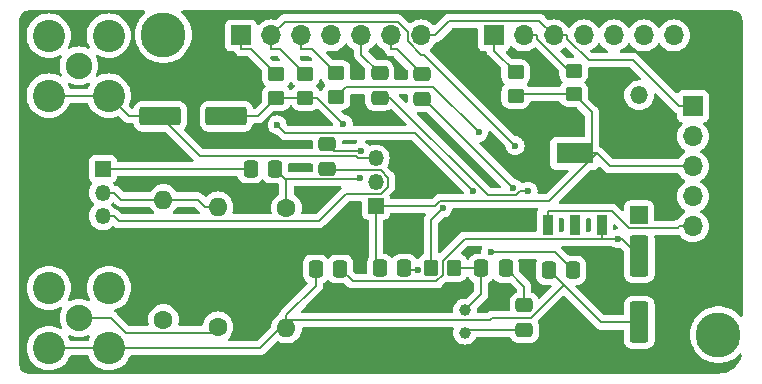
<source format=gbr>
%TF.GenerationSoftware,KiCad,Pcbnew,8.0.4*%
%TF.CreationDate,2025-05-02T23:50:39+05:30*%
%TF.ProjectId,Si4735Board,53693437-3335-4426-9f61-72642e6b6963,rev?*%
%TF.SameCoordinates,Original*%
%TF.FileFunction,Copper,L1,Top*%
%TF.FilePolarity,Positive*%
%FSLAX46Y46*%
G04 Gerber Fmt 4.6, Leading zero omitted, Abs format (unit mm)*
G04 Created by KiCad (PCBNEW 8.0.4) date 2025-05-02 23:50:39*
%MOMM*%
%LPD*%
G01*
G04 APERTURE LIST*
G04 Aperture macros list*
%AMRoundRect*
0 Rectangle with rounded corners*
0 $1 Rounding radius*
0 $2 $3 $4 $5 $6 $7 $8 $9 X,Y pos of 4 corners*
0 Add a 4 corners polygon primitive as box body*
4,1,4,$2,$3,$4,$5,$6,$7,$8,$9,$2,$3,0*
0 Add four circle primitives for the rounded corners*
1,1,$1+$1,$2,$3*
1,1,$1+$1,$4,$5*
1,1,$1+$1,$6,$7*
1,1,$1+$1,$8,$9*
0 Add four rect primitives between the rounded corners*
20,1,$1+$1,$2,$3,$4,$5,0*
20,1,$1+$1,$4,$5,$6,$7,0*
20,1,$1+$1,$6,$7,$8,$9,0*
20,1,$1+$1,$8,$9,$2,$3,0*%
G04 Aperture macros list end*
%TA.AperFunction,SMDPad,CuDef*%
%ADD10RoundRect,0.250000X0.337500X0.475000X-0.337500X0.475000X-0.337500X-0.475000X0.337500X-0.475000X0*%
%TD*%
%TA.AperFunction,ComponentPad*%
%ADD11C,1.600000*%
%TD*%
%TA.AperFunction,ComponentPad*%
%ADD12O,1.600000X1.600000*%
%TD*%
%TA.AperFunction,ComponentPad*%
%ADD13C,1.000000*%
%TD*%
%TA.AperFunction,SMDPad,CuDef*%
%ADD14RoundRect,0.250000X-0.475000X0.337500X-0.475000X-0.337500X0.475000X-0.337500X0.475000X0.337500X0*%
%TD*%
%TA.AperFunction,SMDPad,CuDef*%
%ADD15RoundRect,0.250000X-0.337500X-0.475000X0.337500X-0.475000X0.337500X0.475000X-0.337500X0.475000X0*%
%TD*%
%TA.AperFunction,SMDPad,CuDef*%
%ADD16RoundRect,0.250000X0.475000X-0.337500X0.475000X0.337500X-0.475000X0.337500X-0.475000X-0.337500X0*%
%TD*%
%TA.AperFunction,ComponentPad*%
%ADD17R,1.700000X1.700000*%
%TD*%
%TA.AperFunction,ComponentPad*%
%ADD18O,1.700000X1.700000*%
%TD*%
%TA.AperFunction,ComponentPad*%
%ADD19R,1.350000X1.350000*%
%TD*%
%TA.AperFunction,ComponentPad*%
%ADD20O,1.350000X1.350000*%
%TD*%
%TA.AperFunction,SMDPad,CuDef*%
%ADD21R,0.850800X1.761200*%
%TD*%
%TA.AperFunction,SMDPad,CuDef*%
%ADD22R,3.150799X1.761200*%
%TD*%
%TA.AperFunction,SMDPad,CuDef*%
%ADD23RoundRect,0.250000X0.450000X-0.350000X0.450000X0.350000X-0.450000X0.350000X-0.450000X-0.350000X0*%
%TD*%
%TA.AperFunction,ComponentPad*%
%ADD24C,2.240000*%
%TD*%
%TA.AperFunction,ComponentPad*%
%ADD25C,2.740000*%
%TD*%
%TA.AperFunction,SMDPad,CuDef*%
%ADD26RoundRect,0.250000X-0.450000X0.350000X-0.450000X-0.350000X0.450000X-0.350000X0.450000X0.350000X0*%
%TD*%
%TA.AperFunction,SMDPad,CuDef*%
%ADD27RoundRect,0.250000X-0.350000X-0.450000X0.350000X-0.450000X0.350000X0.450000X-0.350000X0.450000X0*%
%TD*%
%TA.AperFunction,SMDPad,CuDef*%
%ADD28RoundRect,0.250000X1.500000X0.550000X-1.500000X0.550000X-1.500000X-0.550000X1.500000X-0.550000X0*%
%TD*%
%TA.AperFunction,ComponentPad*%
%ADD29C,2.600000*%
%TD*%
%TA.AperFunction,ConnectorPad*%
%ADD30C,3.800000*%
%TD*%
%TA.AperFunction,SMDPad,CuDef*%
%ADD31RoundRect,0.250000X-0.550000X1.500000X-0.550000X-1.500000X0.550000X-1.500000X0.550000X1.500000X0*%
%TD*%
%TA.AperFunction,ComponentPad*%
%ADD32R,1.500000X1.500000*%
%TD*%
%TA.AperFunction,ComponentPad*%
%ADD33O,1.500000X1.500000*%
%TD*%
%TA.AperFunction,ViaPad*%
%ADD34C,0.600000*%
%TD*%
%TA.AperFunction,Conductor*%
%ADD35C,0.200000*%
%TD*%
G04 APERTURE END LIST*
D10*
%TO.P,C7,1*%
%TO.N,Net-(U2-DBYP)*%
X135970700Y-99806500D03*
%TO.P,C7,2*%
%TO.N,3V3R2*%
X133895700Y-99806500D03*
%TD*%
D11*
%TO.P,L2,1,1*%
%TO.N,Net-(U2-FMI)*%
X125990700Y-94696500D03*
D12*
%TO.P,L2,2,2*%
%TO.N,GND*%
X125990700Y-104856500D03*
%TD*%
D13*
%TO.P,Y1,1,1*%
%TO.N,Net-(C11-Pad1)*%
X141110700Y-103356500D03*
%TO.P,Y1,2,2*%
%TO.N,RCLK*%
X141110700Y-105256500D03*
%TD*%
D14*
%TO.P,C9,1*%
%TO.N,Net-(U2-AMI)*%
X129450700Y-89276500D03*
%TO.P,C9,2*%
%TO.N,AMI*%
X129450700Y-91351500D03*
%TD*%
D10*
%TO.P,C1,1*%
%TO.N,Net-(D1-K)*%
X130560700Y-99856500D03*
%TO.P,C1,2*%
%TO.N,GND*%
X128485700Y-99856500D03*
%TD*%
D14*
%TO.P,C6,1*%
%TO.N,ROUT*%
X133870700Y-83279000D03*
%TO.P,C6,2*%
%TO.N,Net-(U2-ROUT(DOUT))*%
X133870700Y-85354000D03*
%TD*%
D15*
%TO.P,C11,1*%
%TO.N,Net-(C11-Pad1)*%
X142475700Y-99806500D03*
%TO.P,C11,2*%
%TO.N,Net-(C10-Pad2)*%
X144550700Y-99806500D03*
%TD*%
D10*
%TO.P,C3,1*%
%TO.N,3V3R2*%
X150265700Y-99956500D03*
%TO.P,C3,2*%
%TO.N,GND*%
X148190700Y-99956500D03*
%TD*%
D16*
%TO.P,C10,1*%
%TO.N,RCLK*%
X146120700Y-105021500D03*
%TO.P,C10,2*%
%TO.N,Net-(C10-Pad2)*%
X146120700Y-102946500D03*
%TD*%
D17*
%TO.P,J3,1,Pin_1*%
%TO.N,SCL*%
X143546300Y-80086500D03*
D18*
%TO.P,J3,2,Pin_2*%
%TO.N,SDA*%
X146086300Y-80086500D03*
%TO.P,J3,3,Pin_3*%
%TO.N,GND*%
X148626300Y-80086500D03*
%TO.P,J3,4,Pin_4*%
%TO.N,DOUT*%
X151166300Y-80086500D03*
%TO.P,J3,5,Pin_5*%
%TO.N,DFS*%
X153706300Y-80086500D03*
%TO.P,J3,6,Pin_6*%
%TO.N,GPIO2*%
X156246300Y-80086500D03*
%TO.P,J3,7,Pin_7*%
%TO.N,RCLK*%
X158786300Y-80086500D03*
%TD*%
D19*
%TO.P,J7,1,Pin_1*%
%TO.N,3V3R2*%
X133550700Y-94496500D03*
D20*
%TO.P,J7,2,Pin_2*%
%TO.N,SEN*%
X133550700Y-92496500D03*
%TO.P,J7,3,Pin_3*%
%TO.N,GND*%
X133550700Y-90496500D03*
%TD*%
D21*
%TO.P,U1,1,GND*%
%TO.N,GND*%
X148100700Y-96111500D03*
%TO.P,U1,2,VOUT*%
%TO.N,unconnected-(U1-VOUT-Pad2)*%
X150400700Y-96111500D03*
%TO.P,U1,3,VIN*%
%TO.N,Net-(D1-K)*%
X152700700Y-96111500D03*
D22*
%TO.P,U1,4,VOUT*%
%TO.N,3V3R2*%
X150400700Y-90061500D03*
%TD*%
D23*
%TO.P,R4,1*%
%TO.N,3V3R2*%
X125130700Y-85366500D03*
%TO.P,R4,2*%
%TO.N,SCL1*%
X125130700Y-83366500D03*
%TD*%
D11*
%TO.P,L1,1,1*%
%TO.N,FMI*%
X115570000Y-104140000D03*
D12*
%TO.P,L1,2,2*%
%TO.N,GND*%
X115570000Y-93980000D03*
%TD*%
D23*
%TO.P,R1,1*%
%TO.N,3V3R2*%
X150300700Y-85056500D03*
%TO.P,R1,2*%
%TO.N,SDA*%
X150300700Y-83056500D03*
%TD*%
D10*
%TO.P,C8,1*%
%TO.N,Net-(U2-FMI)*%
X125018200Y-91376500D03*
%TO.P,C8,2*%
%TO.N,FMI*%
X122943200Y-91376500D03*
%TD*%
D24*
%TO.P,J1,1,In*%
%TO.N,FMI*%
X108400700Y-82636500D03*
D25*
%TO.P,J1,2,Ext*%
%TO.N,GND*%
X105860700Y-80096500D03*
X105860700Y-85176500D03*
X110940700Y-80096500D03*
X110940700Y-85176500D03*
%TD*%
D26*
%TO.P,R7,1*%
%TO.N,RST*%
X130200700Y-83276500D03*
%TO.P,R7,2*%
%TO.N,Net-(U2-~{RST})*%
X130200700Y-85276500D03*
%TD*%
D24*
%TO.P,J5,1,In*%
%TO.N,AMI*%
X108430700Y-104016500D03*
D25*
%TO.P,J5,2,Ext*%
%TO.N,GND*%
X110970700Y-106556500D03*
X110970700Y-101476500D03*
X105890700Y-106556500D03*
X105890700Y-101476500D03*
%TD*%
D14*
%TO.P,C5,1*%
%TO.N,LOUT*%
X137480700Y-83386500D03*
%TO.P,C5,2*%
%TO.N,Net-(U2-LOUT(DFS))*%
X137480700Y-85461500D03*
%TD*%
D23*
%TO.P,R3,1*%
%TO.N,3V3R2*%
X127590700Y-85346500D03*
%TO.P,R3,2*%
%TO.N,SDA1*%
X127590700Y-83346500D03*
%TD*%
D27*
%TO.P,R5,1*%
%TO.N,Net-(U2-GPO3{slash}(DCLK))*%
X138210700Y-99766500D03*
%TO.P,R5,2*%
%TO.N,Net-(C11-Pad1)*%
X140210700Y-99766500D03*
%TD*%
D28*
%TO.P,C4,1*%
%TO.N,3V3R2*%
X120900700Y-86916500D03*
%TO.P,C4,2*%
%TO.N,GND*%
X115300700Y-86916500D03*
%TD*%
D19*
%TO.P,J6,1,Pin_1*%
%TO.N,FMI*%
X110430700Y-91396500D03*
D20*
%TO.P,J6,2,Pin_2*%
%TO.N,GND*%
X110430700Y-93396500D03*
%TO.P,J6,3,Pin_3*%
%TO.N,AMI*%
X110430700Y-95396500D03*
%TD*%
D29*
%TO.P,1,1*%
%TO.N,N/C*%
X162560000Y-105410000D03*
D30*
X162560000Y-105410000D03*
%TD*%
D31*
%TO.P,C2,1*%
%TO.N,Net-(D1-K)*%
X155850700Y-98786500D03*
%TO.P,C2,2*%
%TO.N,GND*%
X155850700Y-104386500D03*
%TD*%
D17*
%TO.P,J4,1,Pin_1*%
%TO.N,SCL1*%
X122154100Y-80086500D03*
D18*
%TO.P,J4,2,Pin_2*%
%TO.N,SDA1*%
X124694100Y-80086500D03*
%TO.P,J4,3,Pin_3*%
%TO.N,RST*%
X127234100Y-80086500D03*
%TO.P,J4,4,Pin_4*%
%TO.N,3V3R2*%
X129774100Y-80086500D03*
%TO.P,J4,5,Pin_5*%
%TO.N,ROUT*%
X132314100Y-80086500D03*
%TO.P,J4,6,Pin_6*%
%TO.N,LOUT*%
X134854100Y-80086500D03*
%TO.P,J4,7,Pin_7*%
%TO.N,GND*%
X137394100Y-80086500D03*
%TD*%
D11*
%TO.P,L3,1,1*%
%TO.N,AMI*%
X120190700Y-104756500D03*
D12*
%TO.P,L3,2,2*%
%TO.N,GND*%
X120190700Y-94596500D03*
%TD*%
D17*
%TO.P,J2,1,Pin_1*%
%TO.N,GND*%
X160400700Y-86086500D03*
D18*
%TO.P,J2,2,Pin_2*%
X160400700Y-88626500D03*
%TO.P,J2,3,Pin_3*%
%TO.N,3V3R2*%
X160400700Y-91166500D03*
%TO.P,J2,4,Pin_4*%
%TO.N,9V*%
X160400700Y-93706500D03*
%TO.P,J2,5,Pin_5*%
%TO.N,GND*%
X160400700Y-96246500D03*
%TD*%
D29*
%TO.P,2,1*%
%TO.N,N/C*%
X115570000Y-80010000D03*
D30*
X115570000Y-80010000D03*
%TD*%
D23*
%TO.P,R2,1*%
%TO.N,3V3R2*%
X145390700Y-85216500D03*
%TO.P,R2,2*%
%TO.N,SCL*%
X145390700Y-83216500D03*
%TD*%
D32*
%TO.P,D1,1,K*%
%TO.N,Net-(D1-K)*%
X155840700Y-95306500D03*
D33*
%TO.P,D1,2,A*%
%TO.N,9V*%
X155840700Y-85146500D03*
%TD*%
D34*
%TO.N,Net-(D1-K)*%
X154083600Y-97293800D03*
%TO.N,3V3R2*%
X143294900Y-98381400D03*
X130808400Y-87589700D03*
%TO.N,Net-(U2-LOUT(DFS))*%
X145197700Y-93013500D03*
%TO.N,Net-(U2-ROUT(DOUT))*%
X146446200Y-93265600D03*
%TO.N,Net-(U2-DBYP)*%
X137084500Y-99909400D03*
%TO.N,Net-(U2-FMI)*%
X132198800Y-92192600D03*
%TO.N,Net-(U2-AMI)*%
X132314300Y-89876100D03*
%TO.N,SDA1*%
X145342600Y-89419500D03*
%TO.N,SCL1*%
X141783800Y-93242800D03*
X125204300Y-87652200D03*
%TO.N,Net-(U2-GPO3{slash}(DCLK))*%
X139233300Y-94696700D03*
%TO.N,Net-(U2-~{RST})*%
X142264300Y-88285100D03*
%TD*%
D35*
%TO.N,Net-(D1-K)*%
X138679800Y-100893000D02*
X139210700Y-100362100D01*
X154083600Y-97293800D02*
X154358000Y-97293800D01*
X154358000Y-97293800D02*
X155850700Y-98786500D01*
X139210700Y-100362100D02*
X139210700Y-99164500D01*
X152700700Y-96111500D02*
X152700700Y-97293800D01*
X131597200Y-100893000D02*
X138679800Y-100893000D01*
X152700700Y-97293800D02*
X154083600Y-97293800D01*
X130560700Y-99856500D02*
X131597200Y-100893000D01*
X141081400Y-97293800D02*
X152700700Y-97293800D01*
X139210700Y-99164500D02*
X141081400Y-97293800D01*
%TO.N,GND*%
X138545800Y-80086500D02*
X139768300Y-78864000D01*
X125990700Y-104856500D02*
X125990700Y-104305600D01*
X131901400Y-90314000D02*
X132083900Y-90496500D01*
X153536700Y-94929200D02*
X154967500Y-96360000D01*
X148100700Y-94929200D02*
X153536700Y-94929200D01*
X148626300Y-80086500D02*
X149778000Y-80086500D01*
X160400700Y-86086500D02*
X159249000Y-86086500D01*
X115300700Y-86916500D02*
X112680700Y-86916500D01*
X149450100Y-101215900D02*
X148190700Y-99956500D01*
X126045500Y-104185800D02*
X143188600Y-104185800D01*
X128485700Y-101259800D02*
X125990700Y-103754800D01*
X110430700Y-93396500D02*
X111407400Y-93396500D01*
X143390400Y-103984000D02*
X146682000Y-103984000D01*
X123739800Y-106556500D02*
X110970700Y-106556500D01*
X105860700Y-85176500D02*
X110940700Y-85176500D01*
X133550700Y-90496500D02*
X132574000Y-90496500D01*
X112680700Y-86916500D02*
X110940700Y-85176500D01*
X143188600Y-104185800D02*
X143390400Y-103984000D01*
X118698200Y-90314000D02*
X131901400Y-90314000D01*
X128485700Y-99856500D02*
X128485700Y-101259800D01*
X110970700Y-106556500D02*
X105890700Y-106556500D01*
X149778000Y-80355000D02*
X149778000Y-80086500D01*
X147403800Y-78864000D02*
X148626300Y-80086500D01*
X159249000Y-86086500D02*
X155316300Y-82153800D01*
X146682000Y-103984000D02*
X149450100Y-101215900D01*
X132083900Y-90496500D02*
X132574000Y-90496500D01*
X120190700Y-94596500D02*
X119089000Y-94596500D01*
X154967500Y-96360000D02*
X159135500Y-96360000D01*
X118472500Y-93980000D02*
X115570000Y-93980000D01*
X125990700Y-104131000D02*
X126045500Y-104185800D01*
X159135500Y-96360000D02*
X159249000Y-96246500D01*
X125990700Y-104131000D02*
X125990700Y-103754800D01*
X152620700Y-104386500D02*
X149450100Y-101215900D01*
X137394100Y-80086500D02*
X138545800Y-80086500D01*
X125990700Y-104305600D02*
X123739800Y-106556500D01*
X115300700Y-86916500D02*
X118698200Y-90314000D01*
X125990700Y-104305600D02*
X125990700Y-104131000D01*
X115570000Y-93980000D02*
X111990900Y-93980000D01*
X111990900Y-93980000D02*
X111407400Y-93396500D01*
X148100700Y-96111500D02*
X148100700Y-94929200D01*
X155850700Y-104386500D02*
X152620700Y-104386500D01*
X139768300Y-78864000D02*
X147403800Y-78864000D01*
X155316300Y-82153800D02*
X151576800Y-82153800D01*
X151576800Y-82153800D02*
X149778000Y-80355000D01*
X160400700Y-96246500D02*
X159249000Y-96246500D01*
X119089000Y-94596500D02*
X118472500Y-93980000D01*
%TO.N,3V3R2*%
X150300700Y-85056500D02*
X145550700Y-85056500D01*
X148244300Y-94095000D02*
X152277800Y-90061500D01*
X134527400Y-94496500D02*
X138582800Y-94496500D01*
X133550700Y-99461500D02*
X133550700Y-94496500D01*
X128565200Y-85346500D02*
X127590700Y-85346500D01*
X123580700Y-86916500D02*
X120900700Y-86916500D01*
X145550700Y-85056500D02*
X145390700Y-85216500D01*
X151850700Y-90061500D02*
X152277800Y-90061500D01*
X153382800Y-91166500D02*
X152277800Y-90061500D01*
X125130700Y-85366500D02*
X123580700Y-86916500D01*
X160400700Y-91166500D02*
X153382800Y-91166500D01*
X133895700Y-99806500D02*
X133550700Y-99461500D01*
X133550700Y-94496500D02*
X134527400Y-94496500D01*
X150400700Y-90061500D02*
X151850700Y-90061500D01*
X127570700Y-85366500D02*
X127590700Y-85346500D01*
X138582800Y-94496500D02*
X138582800Y-94496400D01*
X130808400Y-87589700D02*
X128565200Y-85346500D01*
X125130700Y-85366500D02*
X127570700Y-85366500D01*
X138984200Y-94095000D02*
X148244300Y-94095000D01*
X138582800Y-94496400D02*
X138984200Y-94095000D01*
X148690600Y-98381400D02*
X150265700Y-99956500D01*
X151850700Y-90061500D02*
X151850700Y-86606500D01*
X143294900Y-98381400D02*
X148690600Y-98381400D01*
X151850700Y-86606500D02*
X150300700Y-85056500D01*
%TO.N,LOUT*%
X134854100Y-81238200D02*
X135332400Y-81238200D01*
X135332400Y-81238200D02*
X137480700Y-83386500D01*
X134854100Y-80086500D02*
X134854100Y-81238200D01*
%TO.N,Net-(U2-LOUT(DFS))*%
X137645700Y-85461500D02*
X137480700Y-85461500D01*
X145197700Y-93013500D02*
X137645700Y-85461500D01*
%TO.N,ROUT*%
X132314100Y-81722400D02*
X132314100Y-80086500D01*
X133870700Y-83279000D02*
X132314100Y-81722400D01*
%TO.N,Net-(U2-ROUT(DOUT))*%
X145796500Y-93265600D02*
X145446900Y-93615200D01*
X143052900Y-93615200D02*
X134791700Y-85354000D01*
X134791700Y-85354000D02*
X133870700Y-85354000D01*
X145446900Y-93615200D02*
X143052900Y-93615200D01*
X146446200Y-93265600D02*
X145796500Y-93265600D01*
X145796500Y-93265600D02*
X146446200Y-93265600D01*
X145796500Y-93265600D02*
X146446200Y-93265600D01*
%TO.N,Net-(U2-DBYP)*%
X137084500Y-99909400D02*
X136073600Y-99909400D01*
X136073600Y-99909400D02*
X135970700Y-99806500D01*
%TO.N,FMI*%
X122943200Y-91376500D02*
X111427400Y-91376500D01*
X111427400Y-91376500D02*
X111407400Y-91396500D01*
X110430700Y-91396500D02*
X111407400Y-91396500D01*
%TO.N,Net-(U2-FMI)*%
X125990700Y-94696500D02*
X125990700Y-92245800D01*
X132145600Y-92245800D02*
X125990700Y-92245800D01*
X125887500Y-92245800D02*
X125018200Y-91376500D01*
X125990700Y-92245800D02*
X125887500Y-92245800D01*
X132198800Y-92192600D02*
X132145600Y-92245800D01*
%TO.N,AMI*%
X129450700Y-91351500D02*
X129595700Y-91496500D01*
X134583500Y-92875300D02*
X133962300Y-93496500D01*
X120190700Y-104756500D02*
X119703300Y-105243900D01*
X112376200Y-105243900D02*
X111148800Y-104016500D01*
X110430700Y-95396500D02*
X111407400Y-95396500D01*
X111812000Y-95801100D02*
X111407400Y-95396500D01*
X129595700Y-91496500D02*
X133950100Y-91496500D01*
X128723600Y-95801100D02*
X111812000Y-95801100D01*
X134583500Y-92129900D02*
X134583500Y-92875300D01*
X111148800Y-104016500D02*
X108430700Y-104016500D01*
X133962300Y-93496500D02*
X131028200Y-93496500D01*
X133950100Y-91496500D02*
X134583500Y-92129900D01*
X119703300Y-105243900D02*
X112376200Y-105243900D01*
X131028200Y-93496500D02*
X128723600Y-95801100D01*
%TO.N,Net-(U2-AMI)*%
X130050300Y-89876100D02*
X132314300Y-89876100D01*
X129450700Y-89276500D02*
X130050300Y-89876100D01*
%TO.N,RCLK*%
X146120700Y-105021500D02*
X141345700Y-105021500D01*
X141345700Y-105021500D02*
X141110700Y-105256500D01*
%TO.N,Net-(C10-Pad2)*%
X146120700Y-101376500D02*
X146120700Y-102946500D01*
X144550700Y-99806500D02*
X146120700Y-101376500D01*
%TO.N,Net-(C11-Pad1)*%
X142475700Y-101991500D02*
X141110700Y-103356500D01*
X142475700Y-99806500D02*
X142475700Y-101991500D01*
X140210700Y-99766500D02*
X142435700Y-99766500D01*
X142435700Y-99766500D02*
X142475700Y-99806500D01*
%TO.N,SCL*%
X143546300Y-80086500D02*
X143546300Y-81372100D01*
X143546300Y-81372100D02*
X145390700Y-83216500D01*
%TO.N,SDA*%
X146086300Y-80086500D02*
X147238000Y-80086500D01*
X149920100Y-83056500D02*
X150300700Y-83056500D01*
X147238000Y-80374400D02*
X149920100Y-83056500D01*
X147238000Y-80086500D02*
X147238000Y-80374400D01*
%TO.N,SDA1*%
X125873900Y-78906700D02*
X124694100Y-80086500D01*
X145342600Y-89419500D02*
X137653800Y-81730700D01*
X136242400Y-80563600D02*
X136242400Y-79749100D01*
X124694100Y-80086500D02*
X124694100Y-81238200D01*
X125482400Y-81238200D02*
X127590700Y-83346500D01*
X137409500Y-81730700D02*
X136242400Y-80563600D01*
X124694100Y-81238200D02*
X125482400Y-81238200D01*
X136242400Y-79749100D02*
X135400000Y-78906700D01*
X144995400Y-89072300D02*
X145342600Y-89419500D01*
X135400000Y-78906700D02*
X125873900Y-78906700D01*
X137653800Y-81730700D02*
X137409500Y-81730700D01*
X145342600Y-89419500D02*
X144995400Y-89072300D01*
%TO.N,SCL1*%
X123002400Y-81238200D02*
X125130700Y-83366500D01*
X141783800Y-93242800D02*
X136886900Y-88345900D01*
X125898000Y-88345900D02*
X125204300Y-87652200D01*
X122154100Y-80086500D02*
X122154100Y-81238200D01*
X122154100Y-81238200D02*
X123002400Y-81238200D01*
X136886900Y-88345900D02*
X125898000Y-88345900D01*
%TO.N,RST*%
X127234100Y-81238200D02*
X128162400Y-81238200D01*
X128162400Y-81238200D02*
X130200700Y-83276500D01*
X127234100Y-80086500D02*
X127234100Y-81238200D01*
%TO.N,Net-(U2-GPO3{slash}(DCLK))*%
X138210700Y-99766500D02*
X138210700Y-95719300D01*
X138210700Y-95719300D02*
X139233300Y-94696700D01*
%TO.N,Net-(U2-~{RST})*%
X131053500Y-84423700D02*
X138402900Y-84423700D01*
X130200700Y-85276500D02*
X131053500Y-84423700D01*
X138402900Y-84423700D02*
X142264300Y-88285100D01*
%TD*%
%TA.AperFunction,NonConductor*%
G36*
X113988999Y-77990185D02*
G01*
X114034754Y-78042989D01*
X114044698Y-78112147D01*
X114015673Y-78175703D01*
X114006844Y-78184892D01*
X113816652Y-78363494D01*
X113624111Y-78596236D01*
X113462268Y-78851261D01*
X113462265Y-78851267D01*
X113333661Y-79124563D01*
X113333659Y-79124568D01*
X113240320Y-79411835D01*
X113183719Y-79708546D01*
X113183718Y-79708553D01*
X113164754Y-80009994D01*
X113164754Y-80010005D01*
X113183718Y-80311446D01*
X113183719Y-80311453D01*
X113240320Y-80608164D01*
X113333659Y-80895431D01*
X113333661Y-80895436D01*
X113462265Y-81168732D01*
X113462268Y-81168738D01*
X113624111Y-81423763D01*
X113624114Y-81423767D01*
X113624115Y-81423768D01*
X113778592Y-81610499D01*
X113816652Y-81656505D01*
X113834516Y-81673280D01*
X114033021Y-81859690D01*
X114036836Y-81863272D01*
X114036846Y-81863280D01*
X114281193Y-82040808D01*
X114281198Y-82040810D01*
X114281205Y-82040816D01*
X114545896Y-82186332D01*
X114545901Y-82186334D01*
X114545903Y-82186335D01*
X114545904Y-82186336D01*
X114826734Y-82297524D01*
X114826737Y-82297525D01*
X114881892Y-82311686D01*
X115119302Y-82372642D01*
X115266039Y-82391179D01*
X115418963Y-82410499D01*
X115418969Y-82410499D01*
X115418973Y-82410500D01*
X115418975Y-82410500D01*
X115721025Y-82410500D01*
X115721027Y-82410500D01*
X115721032Y-82410499D01*
X115721036Y-82410499D01*
X115800591Y-82400448D01*
X116020698Y-82372642D01*
X116313262Y-82297525D01*
X116313265Y-82297524D01*
X116594095Y-82186336D01*
X116594096Y-82186335D01*
X116594094Y-82186335D01*
X116594104Y-82186332D01*
X116858795Y-82040816D01*
X117103162Y-81863274D01*
X117323349Y-81656504D01*
X117515885Y-81423768D01*
X117677733Y-81168736D01*
X117806341Y-80895430D01*
X117899681Y-80608160D01*
X117956280Y-80311457D01*
X117975246Y-80010000D01*
X117965248Y-79851092D01*
X117956281Y-79708553D01*
X117956280Y-79708546D01*
X117956280Y-79708543D01*
X117899681Y-79411840D01*
X117806341Y-79124570D01*
X117786616Y-79082653D01*
X117706532Y-78912465D01*
X117677733Y-78851264D01*
X117640570Y-78792704D01*
X117515888Y-78596236D01*
X117515885Y-78596232D01*
X117323349Y-78363496D01*
X117252732Y-78297182D01*
X117133156Y-78184892D01*
X117097761Y-78124651D01*
X117100555Y-78054837D01*
X117140648Y-77997616D01*
X117205314Y-77971155D01*
X117218040Y-77970500D01*
X163764108Y-77970500D01*
X163823907Y-77970500D01*
X163836061Y-77971097D01*
X163967973Y-77984089D01*
X163991801Y-77988828D01*
X164112793Y-78025531D01*
X164135245Y-78034832D01*
X164190993Y-78064629D01*
X164246738Y-78094426D01*
X164266949Y-78107930D01*
X164364677Y-78188132D01*
X164381867Y-78205322D01*
X164462069Y-78303050D01*
X164475573Y-78323261D01*
X164535166Y-78434751D01*
X164544469Y-78457209D01*
X164581169Y-78578192D01*
X164585911Y-78602032D01*
X164598903Y-78733937D01*
X164599500Y-78746092D01*
X164599500Y-103764969D01*
X164579815Y-103832008D01*
X164527011Y-103877763D01*
X164457853Y-103887707D01*
X164394297Y-103858682D01*
X164379957Y-103844010D01*
X164313352Y-103763499D01*
X164313350Y-103763497D01*
X164311980Y-103762210D01*
X164093162Y-103556726D01*
X164093159Y-103556724D01*
X164093153Y-103556719D01*
X163848806Y-103379191D01*
X163848799Y-103379186D01*
X163848795Y-103379184D01*
X163584104Y-103233668D01*
X163584101Y-103233666D01*
X163584096Y-103233664D01*
X163584095Y-103233663D01*
X163303265Y-103122475D01*
X163303262Y-103122474D01*
X163010695Y-103047357D01*
X162711036Y-103009500D01*
X162711027Y-103009500D01*
X162408973Y-103009500D01*
X162408963Y-103009500D01*
X162109304Y-103047357D01*
X161816737Y-103122474D01*
X161816734Y-103122475D01*
X161535904Y-103233663D01*
X161535903Y-103233664D01*
X161271205Y-103379184D01*
X161271193Y-103379191D01*
X161026846Y-103556719D01*
X161026836Y-103556727D01*
X160806652Y-103763494D01*
X160614111Y-103996236D01*
X160452268Y-104251261D01*
X160452265Y-104251267D01*
X160323661Y-104524563D01*
X160323659Y-104524568D01*
X160230320Y-104811835D01*
X160173719Y-105108546D01*
X160173718Y-105108553D01*
X160154754Y-105409994D01*
X160154754Y-105410005D01*
X160173718Y-105711446D01*
X160173719Y-105711453D01*
X160186314Y-105777479D01*
X160226295Y-105987068D01*
X160230320Y-106008164D01*
X160323659Y-106295431D01*
X160323661Y-106295436D01*
X160452265Y-106568732D01*
X160452268Y-106568738D01*
X160614111Y-106823763D01*
X160614114Y-106823767D01*
X160614115Y-106823768D01*
X160806649Y-107056502D01*
X160806652Y-107056505D01*
X161026836Y-107263272D01*
X161026846Y-107263280D01*
X161271193Y-107440808D01*
X161271198Y-107440810D01*
X161271205Y-107440816D01*
X161535896Y-107586332D01*
X161535901Y-107586334D01*
X161535903Y-107586335D01*
X161535904Y-107586336D01*
X161816734Y-107697524D01*
X161816737Y-107697525D01*
X161914259Y-107722564D01*
X162109302Y-107772642D01*
X162256039Y-107791179D01*
X162408963Y-107810499D01*
X162408969Y-107810499D01*
X162408973Y-107810500D01*
X162408975Y-107810500D01*
X162711025Y-107810500D01*
X162711027Y-107810500D01*
X162711032Y-107810499D01*
X162711036Y-107810499D01*
X162790591Y-107800448D01*
X163010698Y-107772642D01*
X163303262Y-107697525D01*
X163316055Y-107692460D01*
X163584095Y-107586336D01*
X163584096Y-107586335D01*
X163584094Y-107586335D01*
X163584104Y-107586332D01*
X163848795Y-107440816D01*
X164093162Y-107263274D01*
X164313349Y-107056504D01*
X164325286Y-107042073D01*
X164383183Y-107002965D01*
X164453034Y-107001365D01*
X164512662Y-107037784D01*
X164543134Y-107100659D01*
X164542449Y-107145303D01*
X164531591Y-107199888D01*
X164527393Y-107215554D01*
X164446864Y-107452786D01*
X164440657Y-107467772D01*
X164329853Y-107692460D01*
X164321743Y-107706507D01*
X164182559Y-107914811D01*
X164172685Y-107927679D01*
X164007502Y-108116033D01*
X163996033Y-108127502D01*
X163807679Y-108292685D01*
X163794811Y-108302559D01*
X163586507Y-108441743D01*
X163572460Y-108449853D01*
X163347772Y-108560657D01*
X163332786Y-108566864D01*
X163095554Y-108647393D01*
X163079888Y-108651591D01*
X162834186Y-108700465D01*
X162818104Y-108702583D01*
X162564043Y-108719235D01*
X162555933Y-108719500D01*
X104146093Y-108719500D01*
X104133939Y-108718903D01*
X104002033Y-108705911D01*
X103978192Y-108701169D01*
X103857209Y-108664469D01*
X103834751Y-108655166D01*
X103723261Y-108595573D01*
X103703050Y-108582069D01*
X103605322Y-108501867D01*
X103588132Y-108484677D01*
X103507930Y-108386949D01*
X103494426Y-108366738D01*
X103454844Y-108292685D01*
X103434832Y-108255245D01*
X103425530Y-108232790D01*
X103395588Y-108134084D01*
X103388828Y-108111801D01*
X103384089Y-108087973D01*
X103371097Y-107956061D01*
X103370500Y-107943907D01*
X103370500Y-80096498D01*
X103985422Y-80096498D01*
X103985422Y-80096501D01*
X104004510Y-80363381D01*
X104004511Y-80363388D01*
X104061382Y-80624822D01*
X104154887Y-80875520D01*
X104154889Y-80875524D01*
X104283112Y-81110346D01*
X104283117Y-81110354D01*
X104443452Y-81324538D01*
X104443468Y-81324556D01*
X104632643Y-81513731D01*
X104632661Y-81513747D01*
X104846845Y-81674082D01*
X104846853Y-81674087D01*
X105081675Y-81802310D01*
X105081679Y-81802312D01*
X105081681Y-81802313D01*
X105332373Y-81895816D01*
X105332376Y-81895816D01*
X105332377Y-81895817D01*
X105529712Y-81938744D01*
X105593820Y-81952690D01*
X105840140Y-81970307D01*
X105860699Y-81971778D01*
X105860700Y-81971778D01*
X105860701Y-81971778D01*
X105879789Y-81970412D01*
X106127580Y-81952690D01*
X106389027Y-81895816D01*
X106639719Y-81802313D01*
X106790088Y-81720204D01*
X106858361Y-81705353D01*
X106923825Y-81729770D01*
X106965697Y-81785703D01*
X106970681Y-81855395D01*
X106955245Y-81893823D01*
X106952356Y-81898536D01*
X106854749Y-82134181D01*
X106854744Y-82134198D01*
X106795202Y-82382210D01*
X106775189Y-82636500D01*
X106795202Y-82890789D01*
X106854744Y-83138801D01*
X106854749Y-83138818D01*
X106952356Y-83374463D01*
X106955241Y-83379170D01*
X106973487Y-83446616D01*
X106952372Y-83513219D01*
X106898601Y-83557833D01*
X106829245Y-83566294D01*
X106790088Y-83552794D01*
X106639724Y-83470689D01*
X106639720Y-83470687D01*
X106389022Y-83377182D01*
X106127588Y-83320311D01*
X106127581Y-83320310D01*
X105860701Y-83301222D01*
X105860699Y-83301222D01*
X105593818Y-83320310D01*
X105593811Y-83320311D01*
X105332377Y-83377182D01*
X105081679Y-83470687D01*
X105081675Y-83470689D01*
X104846853Y-83598912D01*
X104846845Y-83598917D01*
X104632661Y-83759252D01*
X104632643Y-83759268D01*
X104443468Y-83948443D01*
X104443452Y-83948461D01*
X104283117Y-84162645D01*
X104283112Y-84162653D01*
X104154889Y-84397475D01*
X104154887Y-84397479D01*
X104061382Y-84648177D01*
X104004511Y-84909611D01*
X104004510Y-84909618D01*
X103985422Y-85176498D01*
X103985422Y-85176501D01*
X104004510Y-85443381D01*
X104004511Y-85443388D01*
X104061382Y-85704822D01*
X104154887Y-85955520D01*
X104154889Y-85955524D01*
X104283112Y-86190346D01*
X104283117Y-86190354D01*
X104443452Y-86404538D01*
X104443468Y-86404556D01*
X104632643Y-86593731D01*
X104632661Y-86593747D01*
X104846845Y-86754082D01*
X104846853Y-86754087D01*
X105081675Y-86882310D01*
X105081679Y-86882312D01*
X105081681Y-86882313D01*
X105332373Y-86975816D01*
X105332376Y-86975816D01*
X105332377Y-86975817D01*
X105371755Y-86984383D01*
X105593820Y-87032690D01*
X105840140Y-87050307D01*
X105860699Y-87051778D01*
X105860700Y-87051778D01*
X105860701Y-87051778D01*
X105879789Y-87050412D01*
X106127580Y-87032690D01*
X106389027Y-86975816D01*
X106639719Y-86882313D01*
X106874552Y-86754084D01*
X107088746Y-86593741D01*
X107277941Y-86404546D01*
X107438284Y-86190352D01*
X107566513Y-85955519D01*
X107603010Y-85857665D01*
X107644882Y-85801733D01*
X107710346Y-85777316D01*
X107719192Y-85777000D01*
X109082208Y-85777000D01*
X109149247Y-85796685D01*
X109195002Y-85849489D01*
X109198387Y-85857661D01*
X109233499Y-85951797D01*
X109234889Y-85955524D01*
X109363112Y-86190346D01*
X109363117Y-86190354D01*
X109523452Y-86404538D01*
X109523468Y-86404556D01*
X109712643Y-86593731D01*
X109712661Y-86593747D01*
X109926845Y-86754082D01*
X109926853Y-86754087D01*
X110161675Y-86882310D01*
X110161679Y-86882312D01*
X110161681Y-86882313D01*
X110412373Y-86975816D01*
X110412376Y-86975816D01*
X110412377Y-86975817D01*
X110451755Y-86984383D01*
X110673820Y-87032690D01*
X110920140Y-87050307D01*
X110940699Y-87051778D01*
X110940700Y-87051778D01*
X110940701Y-87051778D01*
X110959789Y-87050412D01*
X111207580Y-87032690D01*
X111469027Y-86975816D01*
X111701543Y-86889091D01*
X111771234Y-86884108D01*
X111832557Y-86917593D01*
X112311984Y-87397020D01*
X112311986Y-87397021D01*
X112311990Y-87397024D01*
X112448909Y-87476073D01*
X112448912Y-87476075D01*
X112448916Y-87476077D01*
X112601643Y-87517001D01*
X112601645Y-87517001D01*
X112767354Y-87517001D01*
X112767370Y-87517000D01*
X112938537Y-87517000D01*
X113005576Y-87536685D01*
X113051331Y-87589489D01*
X113059789Y-87615041D01*
X113060699Y-87619292D01*
X113094292Y-87720667D01*
X113115886Y-87785834D01*
X113207988Y-87935156D01*
X113332044Y-88059212D01*
X113481366Y-88151314D01*
X113647903Y-88206499D01*
X113750691Y-88217000D01*
X115700602Y-88216999D01*
X115767641Y-88236684D01*
X115788283Y-88253318D01*
X118099283Y-90564319D01*
X118132768Y-90625642D01*
X118127784Y-90695334D01*
X118085912Y-90751267D01*
X118020448Y-90775684D01*
X118011602Y-90776000D01*
X111728589Y-90776000D01*
X111661550Y-90756315D01*
X111615795Y-90703511D01*
X111605299Y-90665254D01*
X111604377Y-90656679D01*
X111599791Y-90614017D01*
X111549496Y-90479169D01*
X111549495Y-90479168D01*
X111549493Y-90479164D01*
X111463247Y-90363955D01*
X111463244Y-90363952D01*
X111348035Y-90277706D01*
X111348028Y-90277702D01*
X111213182Y-90227408D01*
X111213183Y-90227408D01*
X111153583Y-90221001D01*
X111153581Y-90221000D01*
X111153573Y-90221000D01*
X111153564Y-90221000D01*
X109707829Y-90221000D01*
X109707823Y-90221001D01*
X109648216Y-90227408D01*
X109513371Y-90277702D01*
X109513364Y-90277706D01*
X109398155Y-90363952D01*
X109398152Y-90363955D01*
X109311906Y-90479164D01*
X109311902Y-90479171D01*
X109261608Y-90614017D01*
X109255201Y-90673616D01*
X109255200Y-90673635D01*
X109255200Y-92119370D01*
X109255201Y-92119376D01*
X109261608Y-92178983D01*
X109311902Y-92313828D01*
X109311906Y-92313835D01*
X109364196Y-92383684D01*
X109398154Y-92429046D01*
X109483805Y-92493164D01*
X109525675Y-92549097D01*
X109530659Y-92618789D01*
X109508448Y-92667156D01*
X109426988Y-92775028D01*
X109329884Y-92970037D01*
X109322777Y-92995015D01*
X109281282Y-93140858D01*
X109270264Y-93179581D01*
X109250164Y-93396499D01*
X109250164Y-93396500D01*
X109270264Y-93613418D01*
X109270264Y-93613420D01*
X109270265Y-93613423D01*
X109329883Y-93822959D01*
X109329884Y-93822962D01*
X109426988Y-94017972D01*
X109558274Y-94191824D01*
X109682272Y-94304863D01*
X109718554Y-94364574D01*
X109716793Y-94434422D01*
X109682272Y-94488137D01*
X109558274Y-94601175D01*
X109426988Y-94775027D01*
X109329884Y-94970037D01*
X109270264Y-95179581D01*
X109250164Y-95396498D01*
X109270264Y-95613418D01*
X109270264Y-95613420D01*
X109270265Y-95613423D01*
X109322212Y-95795999D01*
X109329884Y-95822962D01*
X109402122Y-95968035D01*
X109426988Y-96017972D01*
X109558273Y-96191822D01*
X109719268Y-96338588D01*
X109719275Y-96338592D01*
X109719276Y-96338593D01*
X109904486Y-96453270D01*
X109904492Y-96453273D01*
X109908274Y-96454738D01*
X110107631Y-96531970D01*
X110321774Y-96572000D01*
X110321776Y-96572000D01*
X110539624Y-96572000D01*
X110539626Y-96572000D01*
X110753769Y-96531970D01*
X110956910Y-96453272D01*
X111142132Y-96338588D01*
X111241974Y-96247569D01*
X111304776Y-96216954D01*
X111374163Y-96225151D01*
X111413191Y-96251527D01*
X111443284Y-96281620D01*
X111509416Y-96319801D01*
X111580215Y-96360677D01*
X111732943Y-96401601D01*
X111732946Y-96401601D01*
X111898654Y-96401601D01*
X111898670Y-96401600D01*
X128636931Y-96401600D01*
X128636947Y-96401601D01*
X128644543Y-96401601D01*
X128802654Y-96401601D01*
X128802657Y-96401601D01*
X128955385Y-96360677D01*
X129026184Y-96319801D01*
X129092316Y-96281620D01*
X129204120Y-96169816D01*
X129204120Y-96169814D01*
X129214324Y-96159611D01*
X129214327Y-96159606D01*
X131240617Y-94133319D01*
X131301940Y-94099834D01*
X131328298Y-94097000D01*
X132251200Y-94097000D01*
X132318239Y-94116685D01*
X132363994Y-94169489D01*
X132375200Y-94221000D01*
X132375200Y-95219370D01*
X132375201Y-95219376D01*
X132381608Y-95278983D01*
X132431902Y-95413828D01*
X132431906Y-95413835D01*
X132518152Y-95529044D01*
X132518155Y-95529047D01*
X132633364Y-95615293D01*
X132633371Y-95615297D01*
X132768216Y-95665591D01*
X132827813Y-95671999D01*
X132827822Y-95671999D01*
X132827827Y-95672000D01*
X132827831Y-95671999D01*
X132831134Y-95672177D01*
X132831124Y-95672355D01*
X132831131Y-95672356D01*
X132831117Y-95672477D01*
X132831066Y-95673446D01*
X132893178Y-95691644D01*
X132938964Y-95744421D01*
X132950200Y-95795999D01*
X132950200Y-98852463D01*
X132931739Y-98917559D01*
X132873389Y-99012159D01*
X132873385Y-99012168D01*
X132856817Y-99062168D01*
X132818201Y-99178703D01*
X132818201Y-99178704D01*
X132818200Y-99178704D01*
X132807700Y-99281483D01*
X132807700Y-99281491D01*
X132807700Y-99770689D01*
X132807701Y-100168500D01*
X132788017Y-100235539D01*
X132735213Y-100281294D01*
X132683701Y-100292500D01*
X131897297Y-100292500D01*
X131830258Y-100272815D01*
X131809616Y-100256181D01*
X131685018Y-100131583D01*
X131651533Y-100070260D01*
X131648699Y-100043902D01*
X131648699Y-99331498D01*
X131648698Y-99331481D01*
X131638199Y-99228703D01*
X131638198Y-99228700D01*
X131621631Y-99178704D01*
X131583014Y-99062166D01*
X131490912Y-98912844D01*
X131366856Y-98788788D01*
X131217534Y-98696686D01*
X131050997Y-98641501D01*
X131050995Y-98641500D01*
X130948210Y-98631000D01*
X130173198Y-98631000D01*
X130173180Y-98631001D01*
X130070403Y-98641500D01*
X130070400Y-98641501D01*
X129903868Y-98696685D01*
X129903863Y-98696687D01*
X129754542Y-98788789D01*
X129630485Y-98912846D01*
X129628737Y-98915682D01*
X129627029Y-98917217D01*
X129626007Y-98918511D01*
X129625785Y-98918336D01*
X129576789Y-98962405D01*
X129507826Y-98973626D01*
X129443744Y-98945782D01*
X129417663Y-98915682D01*
X129415914Y-98912846D01*
X129291857Y-98788789D01*
X129291856Y-98788788D01*
X129142534Y-98696686D01*
X128975997Y-98641501D01*
X128975995Y-98641500D01*
X128873210Y-98631000D01*
X128098198Y-98631000D01*
X128098180Y-98631001D01*
X127995403Y-98641500D01*
X127995400Y-98641501D01*
X127828868Y-98696685D01*
X127828863Y-98696687D01*
X127679542Y-98788789D01*
X127555489Y-98912842D01*
X127463387Y-99062163D01*
X127463385Y-99062168D01*
X127447379Y-99110472D01*
X127408201Y-99228703D01*
X127408201Y-99228704D01*
X127408200Y-99228704D01*
X127397700Y-99331483D01*
X127397700Y-100381501D01*
X127397701Y-100381519D01*
X127408200Y-100484296D01*
X127408201Y-100484299D01*
X127446818Y-100600836D01*
X127463386Y-100650834D01*
X127555488Y-100800156D01*
X127679544Y-100924212D01*
X127726986Y-100953474D01*
X127773710Y-101005420D01*
X127784933Y-101074382D01*
X127757090Y-101138465D01*
X127749570Y-101146693D01*
X125621986Y-103274278D01*
X125510181Y-103386082D01*
X125510180Y-103386084D01*
X125461232Y-103470865D01*
X125452575Y-103485860D01*
X125431123Y-103523013D01*
X125397143Y-103649829D01*
X125360777Y-103709489D01*
X125339380Y-103725115D01*
X125337972Y-103725927D01*
X125151558Y-103856454D01*
X124990654Y-104017358D01*
X124860132Y-104203765D01*
X124860131Y-104203767D01*
X124763961Y-104410002D01*
X124763958Y-104410011D01*
X124705066Y-104629802D01*
X124705064Y-104629812D01*
X124698241Y-104707797D01*
X124672788Y-104772865D01*
X124662394Y-104784669D01*
X123527384Y-105919681D01*
X123466061Y-105953166D01*
X123439703Y-105956000D01*
X121129749Y-105956000D01*
X121062710Y-105936315D01*
X121016955Y-105883511D01*
X121007011Y-105814353D01*
X121036036Y-105750797D01*
X121042068Y-105744319D01*
X121190745Y-105595641D01*
X121190747Y-105595639D01*
X121321268Y-105409234D01*
X121417439Y-105202996D01*
X121476335Y-104983192D01*
X121496168Y-104756500D01*
X121495840Y-104752756D01*
X121483790Y-104615019D01*
X121476335Y-104529808D01*
X121417439Y-104310004D01*
X121321268Y-104103766D01*
X121190747Y-103917361D01*
X121190745Y-103917358D01*
X121029841Y-103756454D01*
X120843434Y-103625932D01*
X120843432Y-103625931D01*
X120637197Y-103529761D01*
X120637188Y-103529758D01*
X120417397Y-103470866D01*
X120417393Y-103470865D01*
X120417392Y-103470865D01*
X120417391Y-103470864D01*
X120417386Y-103470864D01*
X120190702Y-103451032D01*
X120190698Y-103451032D01*
X119964013Y-103470864D01*
X119964002Y-103470866D01*
X119744211Y-103529758D01*
X119744202Y-103529761D01*
X119537967Y-103625931D01*
X119537965Y-103625932D01*
X119351558Y-103756454D01*
X119190654Y-103917358D01*
X119060132Y-104103765D01*
X119060131Y-104103767D01*
X118963961Y-104310002D01*
X118963958Y-104310011D01*
X118905066Y-104529802D01*
X118905064Y-104529811D01*
X118905030Y-104530211D01*
X118904965Y-104530376D01*
X118904126Y-104535137D01*
X118903168Y-104534968D01*
X118879575Y-104595279D01*
X118822983Y-104636256D01*
X118781502Y-104643400D01*
X116943092Y-104643400D01*
X116876053Y-104623715D01*
X116830298Y-104570911D01*
X116820354Y-104501753D01*
X116823317Y-104487307D01*
X116844028Y-104410011D01*
X116855635Y-104366692D01*
X116875468Y-104140000D01*
X116855635Y-103913308D01*
X116796739Y-103693504D01*
X116700568Y-103487266D01*
X116570047Y-103300861D01*
X116570045Y-103300858D01*
X116409141Y-103139954D01*
X116222734Y-103009432D01*
X116222732Y-103009431D01*
X116016497Y-102913261D01*
X116016488Y-102913258D01*
X115796697Y-102854366D01*
X115796693Y-102854365D01*
X115796692Y-102854365D01*
X115796691Y-102854364D01*
X115796686Y-102854364D01*
X115570002Y-102834532D01*
X115569998Y-102834532D01*
X115343313Y-102854364D01*
X115343302Y-102854366D01*
X115123511Y-102913258D01*
X115123502Y-102913261D01*
X114917267Y-103009431D01*
X114917265Y-103009432D01*
X114730858Y-103139954D01*
X114569954Y-103300858D01*
X114439432Y-103487265D01*
X114439431Y-103487267D01*
X114343261Y-103693502D01*
X114343258Y-103693511D01*
X114284366Y-103913302D01*
X114284364Y-103913313D01*
X114264532Y-104139998D01*
X114264532Y-104140001D01*
X114284364Y-104366686D01*
X114284366Y-104366697D01*
X114316683Y-104487307D01*
X114315020Y-104557157D01*
X114275857Y-104615019D01*
X114211628Y-104642523D01*
X114196908Y-104643400D01*
X112676298Y-104643400D01*
X112609259Y-104623715D01*
X112588617Y-104607081D01*
X111636390Y-103654855D01*
X111636388Y-103654852D01*
X111517517Y-103535981D01*
X111517512Y-103535977D01*
X111462934Y-103504467D01*
X111414719Y-103453901D01*
X111401495Y-103385294D01*
X111427463Y-103320429D01*
X111484377Y-103279900D01*
X111498582Y-103275912D01*
X111499027Y-103275816D01*
X111749719Y-103182313D01*
X111984552Y-103054084D01*
X112198746Y-102893741D01*
X112387941Y-102704546D01*
X112548284Y-102490352D01*
X112676513Y-102255519D01*
X112770016Y-102004827D01*
X112826890Y-101743380D01*
X112845978Y-101476500D01*
X112826890Y-101209620D01*
X112787055Y-101026499D01*
X112770017Y-100948177D01*
X112761078Y-100924211D01*
X112676513Y-100697481D01*
X112669782Y-100685155D01*
X112548287Y-100462653D01*
X112548282Y-100462645D01*
X112387947Y-100248461D01*
X112387931Y-100248443D01*
X112198756Y-100059268D01*
X112198738Y-100059252D01*
X111984554Y-99898917D01*
X111984546Y-99898912D01*
X111749724Y-99770689D01*
X111749720Y-99770687D01*
X111499022Y-99677182D01*
X111237588Y-99620311D01*
X111237581Y-99620310D01*
X110970701Y-99601222D01*
X110970699Y-99601222D01*
X110703818Y-99620310D01*
X110703811Y-99620311D01*
X110442377Y-99677182D01*
X110191679Y-99770687D01*
X110191675Y-99770689D01*
X109956853Y-99898912D01*
X109956845Y-99898917D01*
X109742661Y-100059252D01*
X109742643Y-100059268D01*
X109553468Y-100248443D01*
X109553452Y-100248461D01*
X109393117Y-100462645D01*
X109393112Y-100462653D01*
X109264889Y-100697475D01*
X109264887Y-100697479D01*
X109171382Y-100948177D01*
X109114511Y-101209611D01*
X109114510Y-101209618D01*
X109095422Y-101476498D01*
X109095422Y-101476501D01*
X109114510Y-101743381D01*
X109114511Y-101743388D01*
X109171382Y-102004822D01*
X109264887Y-102255520D01*
X109264889Y-102255524D01*
X109346994Y-102405888D01*
X109361846Y-102474161D01*
X109337429Y-102539626D01*
X109281495Y-102581497D01*
X109211804Y-102586481D01*
X109173370Y-102571041D01*
X109168663Y-102568156D01*
X108933018Y-102470549D01*
X108933001Y-102470544D01*
X108684989Y-102411002D01*
X108430700Y-102390989D01*
X108176410Y-102411002D01*
X107928398Y-102470544D01*
X107928381Y-102470549D01*
X107692736Y-102568156D01*
X107688023Y-102571045D01*
X107620577Y-102589286D01*
X107553975Y-102568168D01*
X107509364Y-102514395D01*
X107500906Y-102445039D01*
X107514405Y-102405888D01*
X107596513Y-102255519D01*
X107690016Y-102004827D01*
X107746890Y-101743380D01*
X107765978Y-101476500D01*
X107746890Y-101209620D01*
X107707055Y-101026499D01*
X107690017Y-100948177D01*
X107681078Y-100924211D01*
X107596513Y-100697481D01*
X107589782Y-100685155D01*
X107468287Y-100462653D01*
X107468282Y-100462645D01*
X107307947Y-100248461D01*
X107307931Y-100248443D01*
X107118756Y-100059268D01*
X107118738Y-100059252D01*
X106904554Y-99898917D01*
X106904546Y-99898912D01*
X106669724Y-99770689D01*
X106669720Y-99770687D01*
X106419022Y-99677182D01*
X106157588Y-99620311D01*
X106157581Y-99620310D01*
X105890701Y-99601222D01*
X105890699Y-99601222D01*
X105623818Y-99620310D01*
X105623811Y-99620311D01*
X105362377Y-99677182D01*
X105111679Y-99770687D01*
X105111675Y-99770689D01*
X104876853Y-99898912D01*
X104876845Y-99898917D01*
X104662661Y-100059252D01*
X104662643Y-100059268D01*
X104473468Y-100248443D01*
X104473452Y-100248461D01*
X104313117Y-100462645D01*
X104313112Y-100462653D01*
X104184889Y-100697475D01*
X104184887Y-100697479D01*
X104091382Y-100948177D01*
X104034511Y-101209611D01*
X104034510Y-101209618D01*
X104015422Y-101476498D01*
X104015422Y-101476501D01*
X104034510Y-101743381D01*
X104034511Y-101743388D01*
X104091382Y-102004822D01*
X104184887Y-102255520D01*
X104184889Y-102255524D01*
X104313112Y-102490346D01*
X104313117Y-102490354D01*
X104473452Y-102704538D01*
X104473468Y-102704556D01*
X104662643Y-102893731D01*
X104662661Y-102893747D01*
X104876845Y-103054082D01*
X104876853Y-103054087D01*
X105111675Y-103182310D01*
X105111679Y-103182312D01*
X105111681Y-103182313D01*
X105362373Y-103275816D01*
X105362376Y-103275816D01*
X105362377Y-103275817D01*
X105559712Y-103318744D01*
X105623820Y-103332690D01*
X105870140Y-103350307D01*
X105890699Y-103351778D01*
X105890700Y-103351778D01*
X105890701Y-103351778D01*
X105909789Y-103350412D01*
X106157580Y-103332690D01*
X106419027Y-103275816D01*
X106669719Y-103182313D01*
X106820088Y-103100204D01*
X106888361Y-103085353D01*
X106953825Y-103109770D01*
X106995697Y-103165703D01*
X107000681Y-103235395D01*
X106985245Y-103273823D01*
X106982356Y-103278536D01*
X106884749Y-103514181D01*
X106884744Y-103514198D01*
X106825202Y-103762210D01*
X106805189Y-104016500D01*
X106825202Y-104270789D01*
X106884744Y-104518801D01*
X106884749Y-104518818D01*
X106982356Y-104754463D01*
X106985241Y-104759170D01*
X107003487Y-104826616D01*
X106982372Y-104893219D01*
X106928601Y-104937833D01*
X106859245Y-104946294D01*
X106820088Y-104932794D01*
X106669724Y-104850689D01*
X106669720Y-104850687D01*
X106419022Y-104757182D01*
X106157588Y-104700311D01*
X106157581Y-104700310D01*
X105890701Y-104681222D01*
X105890699Y-104681222D01*
X105623818Y-104700310D01*
X105623811Y-104700311D01*
X105362377Y-104757182D01*
X105111679Y-104850687D01*
X105111675Y-104850689D01*
X104876853Y-104978912D01*
X104876845Y-104978917D01*
X104662661Y-105139252D01*
X104662643Y-105139268D01*
X104473468Y-105328443D01*
X104473452Y-105328461D01*
X104313117Y-105542645D01*
X104313112Y-105542653D01*
X104184889Y-105777475D01*
X104184887Y-105777479D01*
X104091382Y-106028177D01*
X104034511Y-106289611D01*
X104034510Y-106289618D01*
X104015422Y-106556498D01*
X104015422Y-106556501D01*
X104034510Y-106823381D01*
X104034511Y-106823388D01*
X104091382Y-107084822D01*
X104184887Y-107335520D01*
X104184889Y-107335524D01*
X104313112Y-107570346D01*
X104313117Y-107570354D01*
X104473452Y-107784538D01*
X104473468Y-107784556D01*
X104662643Y-107973731D01*
X104662661Y-107973747D01*
X104876845Y-108134082D01*
X104876853Y-108134087D01*
X105111675Y-108262310D01*
X105111679Y-108262312D01*
X105111681Y-108262313D01*
X105362373Y-108355816D01*
X105362376Y-108355816D01*
X105362377Y-108355817D01*
X105462104Y-108377511D01*
X105623820Y-108412690D01*
X105870140Y-108430307D01*
X105890699Y-108431778D01*
X105890700Y-108431778D01*
X105890701Y-108431778D01*
X105909789Y-108430412D01*
X106157580Y-108412690D01*
X106419027Y-108355816D01*
X106669719Y-108262313D01*
X106904552Y-108134084D01*
X107118746Y-107973741D01*
X107307941Y-107784546D01*
X107468284Y-107570352D01*
X107596513Y-107335519D01*
X107633010Y-107237665D01*
X107674882Y-107181733D01*
X107740346Y-107157316D01*
X107749192Y-107157000D01*
X109112208Y-107157000D01*
X109179247Y-107176685D01*
X109225002Y-107229489D01*
X109228387Y-107237661D01*
X109237941Y-107263274D01*
X109264889Y-107335524D01*
X109393112Y-107570346D01*
X109393117Y-107570354D01*
X109553452Y-107784538D01*
X109553468Y-107784556D01*
X109742643Y-107973731D01*
X109742661Y-107973747D01*
X109956845Y-108134082D01*
X109956853Y-108134087D01*
X110191675Y-108262310D01*
X110191679Y-108262312D01*
X110191681Y-108262313D01*
X110442373Y-108355816D01*
X110442376Y-108355816D01*
X110442377Y-108355817D01*
X110542104Y-108377511D01*
X110703820Y-108412690D01*
X110950140Y-108430307D01*
X110970699Y-108431778D01*
X110970700Y-108431778D01*
X110970701Y-108431778D01*
X110989789Y-108430412D01*
X111237580Y-108412690D01*
X111499027Y-108355816D01*
X111749719Y-108262313D01*
X111984552Y-108134084D01*
X112198746Y-107973741D01*
X112387941Y-107784546D01*
X112548284Y-107570352D01*
X112676513Y-107335519D01*
X112713010Y-107237665D01*
X112754882Y-107181733D01*
X112820346Y-107157316D01*
X112829192Y-107157000D01*
X123653131Y-107157000D01*
X123653147Y-107157001D01*
X123660743Y-107157001D01*
X123818854Y-107157001D01*
X123818857Y-107157001D01*
X123971585Y-107116077D01*
X124033206Y-107080500D01*
X124108516Y-107037020D01*
X124220320Y-106925216D01*
X124220320Y-106925214D01*
X124230524Y-106915011D01*
X124230528Y-106915006D01*
X125158819Y-105986714D01*
X125220140Y-105953231D01*
X125289832Y-105958215D01*
X125317618Y-105972820D01*
X125337966Y-105987068D01*
X125544204Y-106083239D01*
X125764008Y-106142135D01*
X125925930Y-106156301D01*
X125990698Y-106161968D01*
X125990700Y-106161968D01*
X125990702Y-106161968D01*
X126047373Y-106157009D01*
X126217392Y-106142135D01*
X126437196Y-106083239D01*
X126643434Y-105987068D01*
X126829839Y-105856547D01*
X126990747Y-105695639D01*
X127121268Y-105509234D01*
X127217439Y-105302996D01*
X127276335Y-105083192D01*
X127292407Y-104899492D01*
X127317860Y-104834424D01*
X127374451Y-104793445D01*
X127415935Y-104786300D01*
X140040619Y-104786300D01*
X140107658Y-104805985D01*
X140153413Y-104858789D01*
X140163357Y-104927947D01*
X140159280Y-104946295D01*
X140124675Y-105060369D01*
X140105359Y-105256500D01*
X140124675Y-105452629D01*
X140181888Y-105641233D01*
X140274786Y-105815032D01*
X140274790Y-105815039D01*
X140399816Y-105967383D01*
X140552160Y-106092409D01*
X140552167Y-106092413D01*
X140725966Y-106185311D01*
X140725969Y-106185311D01*
X140725973Y-106185314D01*
X140914568Y-106242524D01*
X141110700Y-106261841D01*
X141306832Y-106242524D01*
X141495427Y-106185314D01*
X141669238Y-106092410D01*
X141821583Y-105967383D01*
X141946610Y-105815038D01*
X141984410Y-105744319D01*
X142014756Y-105687547D01*
X142063718Y-105637703D01*
X142124114Y-105622000D01*
X144856932Y-105622000D01*
X144923971Y-105641685D01*
X144962469Y-105680901D01*
X145052988Y-105827656D01*
X145177044Y-105951712D01*
X145326366Y-106043814D01*
X145492903Y-106098999D01*
X145595691Y-106109500D01*
X146645708Y-106109499D01*
X146645716Y-106109498D01*
X146645719Y-106109498D01*
X146702002Y-106103748D01*
X146748497Y-106098999D01*
X146915034Y-106043814D01*
X147064356Y-105951712D01*
X147188412Y-105827656D01*
X147280514Y-105678334D01*
X147335699Y-105511797D01*
X147346200Y-105409009D01*
X147346199Y-104633992D01*
X147342244Y-104595279D01*
X147335699Y-104531203D01*
X147335698Y-104531200D01*
X147321153Y-104487307D01*
X147280514Y-104364666D01*
X147280510Y-104364659D01*
X147277460Y-104358118D01*
X147279514Y-104357160D01*
X147263971Y-104300343D01*
X147284897Y-104233681D01*
X147300264Y-104214969D01*
X149362422Y-102152812D01*
X149423741Y-102119330D01*
X149493433Y-102124314D01*
X149537779Y-102152814D01*
X152251984Y-104867020D01*
X152251986Y-104867021D01*
X152251990Y-104867024D01*
X152365909Y-104932794D01*
X152388916Y-104946077D01*
X152541643Y-104987001D01*
X152541645Y-104987001D01*
X152707354Y-104987001D01*
X152707370Y-104987000D01*
X154426201Y-104987000D01*
X154493240Y-105006685D01*
X154538995Y-105059489D01*
X154550201Y-105111000D01*
X154550201Y-105936518D01*
X154560700Y-106039296D01*
X154560701Y-106039299D01*
X154594778Y-106142135D01*
X154615886Y-106205834D01*
X154707988Y-106355156D01*
X154832044Y-106479212D01*
X154981366Y-106571314D01*
X155147903Y-106626499D01*
X155250691Y-106637000D01*
X156450708Y-106636999D01*
X156553497Y-106626499D01*
X156720034Y-106571314D01*
X156869356Y-106479212D01*
X156993412Y-106355156D01*
X157085514Y-106205834D01*
X157140699Y-106039297D01*
X157151200Y-105936509D01*
X157151199Y-102836492D01*
X157140699Y-102733703D01*
X157085514Y-102567166D01*
X156993412Y-102417844D01*
X156869356Y-102293788D01*
X156720034Y-102201686D01*
X156553497Y-102146501D01*
X156553495Y-102146500D01*
X156450710Y-102136000D01*
X155250698Y-102136000D01*
X155250681Y-102136001D01*
X155147903Y-102146500D01*
X155147900Y-102146501D01*
X154981368Y-102201685D01*
X154981363Y-102201687D01*
X154832042Y-102293789D01*
X154707989Y-102417842D01*
X154615887Y-102567163D01*
X154615885Y-102567168D01*
X154608556Y-102589286D01*
X154560701Y-102733703D01*
X154560701Y-102733704D01*
X154560700Y-102733704D01*
X154550200Y-102836483D01*
X154550200Y-103662000D01*
X154530515Y-103729039D01*
X154477711Y-103774794D01*
X154426200Y-103786000D01*
X152920798Y-103786000D01*
X152853759Y-103766315D01*
X152833117Y-103749681D01*
X151664933Y-102581497D01*
X150477114Y-101393679D01*
X150443630Y-101332357D01*
X150448614Y-101262665D01*
X150490486Y-101206732D01*
X150555950Y-101182315D01*
X150564796Y-101181999D01*
X150653202Y-101181999D01*
X150653208Y-101181999D01*
X150755997Y-101171499D01*
X150922534Y-101116314D01*
X151071856Y-101024212D01*
X151195912Y-100900156D01*
X151288014Y-100750834D01*
X151343199Y-100584297D01*
X151353700Y-100481509D01*
X151353699Y-99431492D01*
X151343199Y-99328703D01*
X151288014Y-99162166D01*
X151195912Y-99012844D01*
X151071856Y-98888788D01*
X150922534Y-98796686D01*
X150755997Y-98741501D01*
X150755995Y-98741500D01*
X150653216Y-98731000D01*
X150653209Y-98731000D01*
X149940798Y-98731000D01*
X149873759Y-98711315D01*
X149853117Y-98694681D01*
X149573838Y-98415402D01*
X149264415Y-98105980D01*
X149230931Y-98044658D01*
X149235915Y-97974967D01*
X149277786Y-97919033D01*
X149343251Y-97894616D01*
X149352097Y-97894300D01*
X152621643Y-97894300D01*
X153501188Y-97894300D01*
X153568227Y-97913985D01*
X153578503Y-97921355D01*
X153581336Y-97923614D01*
X153581338Y-97923616D01*
X153663063Y-97974967D01*
X153723088Y-98012684D01*
X153734078Y-98019589D01*
X153847434Y-98059254D01*
X153904345Y-98079168D01*
X153904350Y-98079169D01*
X154083596Y-98099365D01*
X154083600Y-98099365D01*
X154083604Y-98099365D01*
X154231627Y-98082687D01*
X154300448Y-98094742D01*
X154333191Y-98118226D01*
X154513881Y-98298916D01*
X154547366Y-98360239D01*
X154550200Y-98386597D01*
X154550200Y-100336501D01*
X154550201Y-100336518D01*
X154560700Y-100439296D01*
X154560701Y-100439299D01*
X154614229Y-100600834D01*
X154615886Y-100605834D01*
X154707988Y-100755156D01*
X154832044Y-100879212D01*
X154981366Y-100971314D01*
X155147903Y-101026499D01*
X155250691Y-101037000D01*
X156450708Y-101036999D01*
X156553497Y-101026499D01*
X156720034Y-100971314D01*
X156869356Y-100879212D01*
X156993412Y-100755156D01*
X157085514Y-100605834D01*
X157140699Y-100439297D01*
X157151200Y-100336509D01*
X157151199Y-97236492D01*
X157140699Y-97133703D01*
X157137319Y-97123502D01*
X157134919Y-97053673D01*
X157170652Y-96993632D01*
X157233172Y-96962441D01*
X157255026Y-96960500D01*
X159048831Y-96960500D01*
X159048847Y-96960501D01*
X159187442Y-96960501D01*
X159254481Y-96980186D01*
X159289017Y-97013378D01*
X159362205Y-97117902D01*
X159480785Y-97236481D01*
X159529299Y-97284995D01*
X159626084Y-97352765D01*
X159722865Y-97420532D01*
X159722867Y-97420533D01*
X159722870Y-97420535D01*
X159937037Y-97520403D01*
X160165292Y-97581563D01*
X160353618Y-97598039D01*
X160400699Y-97602159D01*
X160400700Y-97602159D01*
X160400701Y-97602159D01*
X160439934Y-97598726D01*
X160636108Y-97581563D01*
X160864363Y-97520403D01*
X161078530Y-97420535D01*
X161272101Y-97284995D01*
X161439195Y-97117901D01*
X161574735Y-96924330D01*
X161674603Y-96710163D01*
X161735763Y-96481908D01*
X161756359Y-96246500D01*
X161735763Y-96011092D01*
X161674603Y-95782837D01*
X161574735Y-95568671D01*
X161574734Y-95568669D01*
X161439194Y-95375097D01*
X161272102Y-95208006D01*
X161272096Y-95208001D01*
X161086542Y-95078075D01*
X161042917Y-95023498D01*
X161035723Y-94954000D01*
X161067246Y-94891645D01*
X161086542Y-94874925D01*
X161160433Y-94823186D01*
X161272101Y-94744995D01*
X161439195Y-94577901D01*
X161574735Y-94384330D01*
X161674603Y-94170163D01*
X161735763Y-93941908D01*
X161756359Y-93706500D01*
X161735763Y-93471092D01*
X161674603Y-93242837D01*
X161574735Y-93028671D01*
X161564953Y-93014700D01*
X161439194Y-92835097D01*
X161272102Y-92668006D01*
X161272096Y-92668001D01*
X161086542Y-92538075D01*
X161042917Y-92483498D01*
X161035723Y-92414000D01*
X161067246Y-92351645D01*
X161086542Y-92334925D01*
X161115479Y-92314663D01*
X161272101Y-92204995D01*
X161439195Y-92037901D01*
X161574735Y-91844330D01*
X161674603Y-91630163D01*
X161735763Y-91401908D01*
X161756359Y-91166500D01*
X161735763Y-90931092D01*
X161687580Y-90751267D01*
X161674605Y-90702844D01*
X161674604Y-90702843D01*
X161674603Y-90702837D01*
X161574735Y-90488671D01*
X161574734Y-90488669D01*
X161439194Y-90295097D01*
X161272102Y-90128006D01*
X161272096Y-90128001D01*
X161086542Y-89998075D01*
X161042917Y-89943498D01*
X161035723Y-89874000D01*
X161067246Y-89811645D01*
X161086542Y-89794925D01*
X161123537Y-89769021D01*
X161272101Y-89664995D01*
X161439195Y-89497901D01*
X161574735Y-89304330D01*
X161674603Y-89090163D01*
X161735763Y-88861908D01*
X161756359Y-88626500D01*
X161735763Y-88391092D01*
X161674603Y-88162837D01*
X161574735Y-87948671D01*
X161565567Y-87935578D01*
X161439196Y-87755100D01*
X161393177Y-87709081D01*
X161317267Y-87633171D01*
X161283784Y-87571851D01*
X161288768Y-87502159D01*
X161330639Y-87446225D01*
X161361615Y-87429310D01*
X161493031Y-87380296D01*
X161608246Y-87294046D01*
X161694496Y-87178831D01*
X161744791Y-87043983D01*
X161751200Y-86984373D01*
X161751199Y-85188628D01*
X161744791Y-85129017D01*
X161735783Y-85104866D01*
X161694497Y-84994171D01*
X161694493Y-84994164D01*
X161608247Y-84878955D01*
X161608244Y-84878952D01*
X161493035Y-84792706D01*
X161493028Y-84792702D01*
X161358182Y-84742408D01*
X161358183Y-84742408D01*
X161298583Y-84736001D01*
X161298581Y-84736000D01*
X161298573Y-84736000D01*
X161298564Y-84736000D01*
X159502829Y-84736000D01*
X159502823Y-84736001D01*
X159443216Y-84742408D01*
X159308371Y-84792702D01*
X159308364Y-84792706D01*
X159193155Y-84878952D01*
X159193152Y-84878955D01*
X159149423Y-84937370D01*
X159093489Y-84979241D01*
X159023798Y-84984225D01*
X158962476Y-84950740D01*
X155803890Y-81792155D01*
X155803888Y-81792152D01*
X155685017Y-81673281D01*
X155685016Y-81673280D01*
X155576277Y-81610500D01*
X155576276Y-81610499D01*
X155548083Y-81594222D01*
X155492181Y-81579243D01*
X155395357Y-81553299D01*
X155237243Y-81553299D01*
X155229647Y-81553299D01*
X155229631Y-81553300D01*
X154315621Y-81553300D01*
X154248582Y-81533615D01*
X154202827Y-81480811D01*
X154192883Y-81411653D01*
X154221908Y-81348097D01*
X154263215Y-81316918D01*
X154384130Y-81260535D01*
X154577701Y-81124995D01*
X154744795Y-80957901D01*
X154874725Y-80772342D01*
X154929302Y-80728717D01*
X154998800Y-80721523D01*
X155061155Y-80753046D01*
X155077875Y-80772342D01*
X155207800Y-80957895D01*
X155207805Y-80957901D01*
X155374899Y-81124995D01*
X155465119Y-81188168D01*
X155568465Y-81260532D01*
X155568467Y-81260533D01*
X155568470Y-81260535D01*
X155782637Y-81360403D01*
X155782643Y-81360404D01*
X155782644Y-81360405D01*
X155792665Y-81363090D01*
X156010892Y-81421563D01*
X156187334Y-81437000D01*
X156246299Y-81442159D01*
X156246300Y-81442159D01*
X156246301Y-81442159D01*
X156305266Y-81437000D01*
X156481708Y-81421563D01*
X156709963Y-81360403D01*
X156924130Y-81260535D01*
X157117701Y-81124995D01*
X157284795Y-80957901D01*
X157414725Y-80772342D01*
X157469302Y-80728717D01*
X157538800Y-80721523D01*
X157601155Y-80753046D01*
X157617875Y-80772342D01*
X157747800Y-80957895D01*
X157747805Y-80957901D01*
X157914899Y-81124995D01*
X158005119Y-81188168D01*
X158108465Y-81260532D01*
X158108467Y-81260533D01*
X158108470Y-81260535D01*
X158322637Y-81360403D01*
X158322643Y-81360404D01*
X158322644Y-81360405D01*
X158332665Y-81363090D01*
X158550892Y-81421563D01*
X158727334Y-81437000D01*
X158786299Y-81442159D01*
X158786300Y-81442159D01*
X158786301Y-81442159D01*
X158845266Y-81437000D01*
X159021708Y-81421563D01*
X159249963Y-81360403D01*
X159464130Y-81260535D01*
X159657701Y-81124995D01*
X159824795Y-80957901D01*
X159960335Y-80764330D01*
X160060203Y-80550163D01*
X160121363Y-80321908D01*
X160141959Y-80086500D01*
X160121363Y-79851092D01*
X160060203Y-79622837D01*
X159960335Y-79408671D01*
X159954725Y-79400658D01*
X159824794Y-79215097D01*
X159657702Y-79048006D01*
X159657695Y-79048001D01*
X159464134Y-78912467D01*
X159464130Y-78912465D01*
X159464128Y-78912464D01*
X159249963Y-78812597D01*
X159249959Y-78812596D01*
X159249955Y-78812594D01*
X159021713Y-78751438D01*
X159021703Y-78751436D01*
X158786301Y-78730841D01*
X158786299Y-78730841D01*
X158550896Y-78751436D01*
X158550886Y-78751438D01*
X158322644Y-78812594D01*
X158322635Y-78812598D01*
X158108471Y-78912464D01*
X158108469Y-78912465D01*
X157914897Y-79048005D01*
X157747805Y-79215097D01*
X157617875Y-79400658D01*
X157563298Y-79444283D01*
X157493800Y-79451477D01*
X157431445Y-79419954D01*
X157414725Y-79400658D01*
X157284794Y-79215097D01*
X157117702Y-79048006D01*
X157117695Y-79048001D01*
X156924134Y-78912467D01*
X156924130Y-78912465D01*
X156924128Y-78912464D01*
X156709963Y-78812597D01*
X156709959Y-78812596D01*
X156709955Y-78812594D01*
X156481713Y-78751438D01*
X156481703Y-78751436D01*
X156246301Y-78730841D01*
X156246299Y-78730841D01*
X156010896Y-78751436D01*
X156010886Y-78751438D01*
X155782644Y-78812594D01*
X155782635Y-78812598D01*
X155568471Y-78912464D01*
X155568469Y-78912465D01*
X155374897Y-79048005D01*
X155207805Y-79215097D01*
X155077875Y-79400658D01*
X155023298Y-79444283D01*
X154953800Y-79451477D01*
X154891445Y-79419954D01*
X154874725Y-79400658D01*
X154744794Y-79215097D01*
X154577702Y-79048006D01*
X154577695Y-79048001D01*
X154384134Y-78912467D01*
X154384130Y-78912465D01*
X154384128Y-78912464D01*
X154169963Y-78812597D01*
X154169959Y-78812596D01*
X154169955Y-78812594D01*
X153941713Y-78751438D01*
X153941703Y-78751436D01*
X153706301Y-78730841D01*
X153706299Y-78730841D01*
X153470896Y-78751436D01*
X153470886Y-78751438D01*
X153242644Y-78812594D01*
X153242635Y-78812598D01*
X153028471Y-78912464D01*
X153028469Y-78912465D01*
X152834897Y-79048005D01*
X152667805Y-79215097D01*
X152537875Y-79400658D01*
X152483298Y-79444283D01*
X152413800Y-79451477D01*
X152351445Y-79419954D01*
X152334725Y-79400658D01*
X152204794Y-79215097D01*
X152037702Y-79048006D01*
X152037695Y-79048001D01*
X151844134Y-78912467D01*
X151844130Y-78912465D01*
X151844128Y-78912464D01*
X151629963Y-78812597D01*
X151629959Y-78812596D01*
X151629955Y-78812594D01*
X151401713Y-78751438D01*
X151401703Y-78751436D01*
X151166301Y-78730841D01*
X151166299Y-78730841D01*
X150930896Y-78751436D01*
X150930886Y-78751438D01*
X150702644Y-78812594D01*
X150702635Y-78812598D01*
X150488471Y-78912464D01*
X150488469Y-78912465D01*
X150294897Y-79048005D01*
X150127808Y-79215094D01*
X149997874Y-79400660D01*
X149943297Y-79444284D01*
X149873798Y-79451477D01*
X149811444Y-79419955D01*
X149794729Y-79400664D01*
X149664795Y-79215099D01*
X149664793Y-79215096D01*
X149497702Y-79048006D01*
X149497695Y-79048001D01*
X149304134Y-78912467D01*
X149304130Y-78912465D01*
X149304128Y-78912464D01*
X149089963Y-78812597D01*
X149089959Y-78812596D01*
X149089955Y-78812594D01*
X148861713Y-78751438D01*
X148861703Y-78751436D01*
X148626301Y-78730841D01*
X148626299Y-78730841D01*
X148390896Y-78751436D01*
X148390883Y-78751439D01*
X148262541Y-78785827D01*
X148192692Y-78784164D01*
X148142768Y-78753733D01*
X147891390Y-78502355D01*
X147891388Y-78502352D01*
X147772517Y-78383481D01*
X147772516Y-78383480D01*
X147678607Y-78329262D01*
X147678606Y-78329261D01*
X147635590Y-78304425D01*
X147635589Y-78304424D01*
X147608569Y-78297184D01*
X147482857Y-78263499D01*
X147324743Y-78263499D01*
X147317147Y-78263499D01*
X147317131Y-78263500D01*
X139847357Y-78263500D01*
X139689243Y-78263500D01*
X139536515Y-78304423D01*
X139536514Y-78304423D01*
X139536512Y-78304424D01*
X139536509Y-78304425D01*
X139493494Y-78329261D01*
X139493493Y-78329262D01*
X139462557Y-78347123D01*
X139399585Y-78383479D01*
X139399582Y-78383481D01*
X139287778Y-78495286D01*
X138587961Y-79195102D01*
X138526638Y-79228587D01*
X138456946Y-79223603D01*
X138412599Y-79195103D01*
X138342059Y-79124563D01*
X138265501Y-79048005D01*
X138265497Y-79048002D01*
X138265496Y-79048001D01*
X138071934Y-78912467D01*
X138071930Y-78912465D01*
X138071928Y-78912464D01*
X137857763Y-78812597D01*
X137857759Y-78812596D01*
X137857755Y-78812594D01*
X137629513Y-78751438D01*
X137629503Y-78751436D01*
X137394101Y-78730841D01*
X137394099Y-78730841D01*
X137158696Y-78751436D01*
X137158686Y-78751438D01*
X136930444Y-78812594D01*
X136930435Y-78812598D01*
X136716271Y-78912464D01*
X136716269Y-78912465D01*
X136530198Y-79042753D01*
X136463992Y-79065080D01*
X136396224Y-79048070D01*
X136371394Y-79028859D01*
X135887590Y-78545055D01*
X135887588Y-78545052D01*
X135768717Y-78426181D01*
X135768716Y-78426180D01*
X135681904Y-78376060D01*
X135681904Y-78376059D01*
X135681900Y-78376058D01*
X135631785Y-78347123D01*
X135479057Y-78306199D01*
X135320943Y-78306199D01*
X135313347Y-78306199D01*
X135313331Y-78306200D01*
X125952957Y-78306200D01*
X125794843Y-78306200D01*
X125642115Y-78347123D01*
X125642114Y-78347123D01*
X125642112Y-78347124D01*
X125642109Y-78347125D01*
X125591996Y-78376059D01*
X125591995Y-78376060D01*
X125566660Y-78390687D01*
X125505185Y-78426179D01*
X125505182Y-78426181D01*
X125393378Y-78537986D01*
X125177630Y-78753733D01*
X125116307Y-78787218D01*
X125057856Y-78785827D01*
X124929513Y-78751438D01*
X124929503Y-78751436D01*
X124694101Y-78730841D01*
X124694099Y-78730841D01*
X124458696Y-78751436D01*
X124458686Y-78751438D01*
X124230444Y-78812594D01*
X124230435Y-78812598D01*
X124016271Y-78912464D01*
X124016269Y-78912465D01*
X123822700Y-79048003D01*
X123700773Y-79169930D01*
X123639450Y-79203414D01*
X123569758Y-79198430D01*
X123513825Y-79156558D01*
X123496910Y-79125581D01*
X123447897Y-78994171D01*
X123447893Y-78994164D01*
X123361647Y-78878955D01*
X123361644Y-78878952D01*
X123246435Y-78792706D01*
X123246428Y-78792702D01*
X123111582Y-78742408D01*
X123111583Y-78742408D01*
X123051983Y-78736001D01*
X123051981Y-78736000D01*
X123051973Y-78736000D01*
X123051964Y-78736000D01*
X121256229Y-78736000D01*
X121256223Y-78736001D01*
X121196616Y-78742408D01*
X121061771Y-78792702D01*
X121061764Y-78792706D01*
X120946555Y-78878952D01*
X120946552Y-78878955D01*
X120860306Y-78994164D01*
X120860302Y-78994171D01*
X120810008Y-79129017D01*
X120803601Y-79188616D01*
X120803600Y-79188635D01*
X120803600Y-80984370D01*
X120803601Y-80984376D01*
X120810008Y-81043983D01*
X120860302Y-81178828D01*
X120860306Y-81178835D01*
X120946552Y-81294044D01*
X120946555Y-81294047D01*
X121061764Y-81380293D01*
X121061771Y-81380297D01*
X121071362Y-81383874D01*
X121196617Y-81430591D01*
X121256227Y-81437000D01*
X121503887Y-81436999D01*
X121570926Y-81456683D01*
X121611274Y-81498999D01*
X121673577Y-81606912D01*
X121673579Y-81606915D01*
X121673580Y-81606916D01*
X121785384Y-81718720D01*
X121785386Y-81718721D01*
X121785390Y-81718724D01*
X121900331Y-81785084D01*
X121922316Y-81797777D01*
X122075043Y-81838700D01*
X122702303Y-81838700D01*
X122769342Y-81858385D01*
X122789984Y-81875019D01*
X123893881Y-82978916D01*
X123927366Y-83040239D01*
X123930200Y-83066597D01*
X123930200Y-83766501D01*
X123930201Y-83766519D01*
X123940700Y-83869296D01*
X123940701Y-83869299D01*
X123995885Y-84035831D01*
X123995887Y-84035836D01*
X124013081Y-84063712D01*
X124087987Y-84185155D01*
X124087989Y-84185157D01*
X124181651Y-84278819D01*
X124215136Y-84340142D01*
X124210152Y-84409834D01*
X124181651Y-84454181D01*
X124087989Y-84547842D01*
X123995887Y-84697163D01*
X123995885Y-84697168D01*
X123983017Y-84736001D01*
X123940701Y-84863703D01*
X123940701Y-84863704D01*
X123940700Y-84863704D01*
X123930200Y-84966483D01*
X123930200Y-85666402D01*
X123910515Y-85733441D01*
X123893881Y-85754083D01*
X123368284Y-86279681D01*
X123306961Y-86313166D01*
X123280603Y-86316000D01*
X123262863Y-86316000D01*
X123195824Y-86296315D01*
X123150069Y-86243511D01*
X123141611Y-86217959D01*
X123140700Y-86213707D01*
X123131239Y-86185155D01*
X123085514Y-86047166D01*
X122993412Y-85897844D01*
X122869356Y-85773788D01*
X122720034Y-85681686D01*
X122553497Y-85626501D01*
X122553495Y-85626500D01*
X122450710Y-85616000D01*
X119350698Y-85616000D01*
X119350681Y-85616001D01*
X119247903Y-85626500D01*
X119247900Y-85626501D01*
X119081368Y-85681685D01*
X119081363Y-85681687D01*
X118932042Y-85773789D01*
X118807989Y-85897842D01*
X118715887Y-86047163D01*
X118715886Y-86047166D01*
X118660701Y-86213703D01*
X118660701Y-86213704D01*
X118660700Y-86213704D01*
X118650200Y-86316483D01*
X118650200Y-87516501D01*
X118650201Y-87516518D01*
X118660700Y-87619296D01*
X118660701Y-87619299D01*
X118695964Y-87725715D01*
X118715886Y-87785834D01*
X118807988Y-87935156D01*
X118932044Y-88059212D01*
X119081366Y-88151314D01*
X119247903Y-88206499D01*
X119350691Y-88217000D01*
X122450708Y-88216999D01*
X122553497Y-88206499D01*
X122720034Y-88151314D01*
X122869356Y-88059212D01*
X122993412Y-87935156D01*
X123085514Y-87785834D01*
X123140699Y-87619297D01*
X123140700Y-87619292D01*
X123141612Y-87615033D01*
X123174899Y-87553602D01*
X123236114Y-87519919D01*
X123262863Y-87517000D01*
X123494031Y-87517000D01*
X123494047Y-87517001D01*
X123501643Y-87517001D01*
X123659754Y-87517001D01*
X123659757Y-87517001D01*
X123812485Y-87476077D01*
X123880168Y-87437000D01*
X123949416Y-87397020D01*
X124061220Y-87285216D01*
X124061220Y-87285214D01*
X124071424Y-87275011D01*
X124071428Y-87275006D01*
X124843116Y-86503318D01*
X124904439Y-86469833D01*
X124930797Y-86466999D01*
X125630702Y-86466999D01*
X125630708Y-86466999D01*
X125733497Y-86456499D01*
X125900034Y-86401314D01*
X126049356Y-86309212D01*
X126173412Y-86185156D01*
X126261329Y-86042618D01*
X126313277Y-85995894D01*
X126382239Y-85984671D01*
X126446322Y-86012515D01*
X126472407Y-86042619D01*
X126544904Y-86160157D01*
X126547988Y-86165156D01*
X126672044Y-86289212D01*
X126821366Y-86381314D01*
X126987903Y-86436499D01*
X127090691Y-86447000D01*
X128090708Y-86446999D01*
X128090716Y-86446998D01*
X128090719Y-86446998D01*
X128147002Y-86441248D01*
X128193497Y-86436499D01*
X128360034Y-86381314D01*
X128509356Y-86289212D01*
X128509357Y-86289210D01*
X128515503Y-86285420D01*
X128516762Y-86287461D01*
X128570936Y-86265585D01*
X128639582Y-86278603D01*
X128670772Y-86301307D01*
X129903184Y-87533719D01*
X129936669Y-87595042D01*
X129931685Y-87664734D01*
X129889813Y-87720667D01*
X129824349Y-87745084D01*
X129815503Y-87745400D01*
X126198097Y-87745400D01*
X126131058Y-87725715D01*
X126110416Y-87709081D01*
X126035000Y-87633665D01*
X126001515Y-87572342D01*
X125999463Y-87559886D01*
X125989668Y-87472945D01*
X125930089Y-87302678D01*
X125834116Y-87149938D01*
X125706562Y-87022384D01*
X125646068Y-86984373D01*
X125553823Y-86926411D01*
X125383554Y-86866831D01*
X125383549Y-86866830D01*
X125204304Y-86846635D01*
X125204296Y-86846635D01*
X125025050Y-86866830D01*
X125025045Y-86866831D01*
X124854776Y-86926411D01*
X124702037Y-87022384D01*
X124574484Y-87149937D01*
X124478511Y-87302676D01*
X124418931Y-87472945D01*
X124418930Y-87472950D01*
X124398735Y-87652196D01*
X124398735Y-87652203D01*
X124418930Y-87831449D01*
X124418931Y-87831454D01*
X124478511Y-88001723D01*
X124543936Y-88105845D01*
X124574484Y-88154462D01*
X124702038Y-88282016D01*
X124854778Y-88377989D01*
X125025045Y-88437568D01*
X125111969Y-88447361D01*
X125176380Y-88474426D01*
X125185765Y-88482900D01*
X125413139Y-88710274D01*
X125413149Y-88710285D01*
X125417479Y-88714615D01*
X125417480Y-88714616D01*
X125529284Y-88826420D01*
X125590752Y-88861908D01*
X125666215Y-88905477D01*
X125818943Y-88946401D01*
X125818946Y-88946401D01*
X125984653Y-88946401D01*
X125984669Y-88946400D01*
X128101200Y-88946400D01*
X128168239Y-88966085D01*
X128213994Y-89018889D01*
X128225200Y-89070400D01*
X128225201Y-89589500D01*
X128205517Y-89656539D01*
X128152713Y-89702294D01*
X128101201Y-89713500D01*
X118998298Y-89713500D01*
X118931259Y-89693815D01*
X118910617Y-89677181D01*
X118148351Y-88914915D01*
X117368681Y-88135246D01*
X117335197Y-88073924D01*
X117340181Y-88004232D01*
X117368683Y-87959884D01*
X117393412Y-87935156D01*
X117485514Y-87785834D01*
X117540699Y-87619297D01*
X117551200Y-87516509D01*
X117551199Y-86316492D01*
X117548233Y-86287461D01*
X117540699Y-86213703D01*
X117540698Y-86213700D01*
X117524612Y-86165155D01*
X117485514Y-86047166D01*
X117393412Y-85897844D01*
X117269356Y-85773788D01*
X117120034Y-85681686D01*
X116953497Y-85626501D01*
X116953495Y-85626500D01*
X116850710Y-85616000D01*
X113750698Y-85616000D01*
X113750681Y-85616001D01*
X113647903Y-85626500D01*
X113647900Y-85626501D01*
X113481368Y-85681685D01*
X113481363Y-85681687D01*
X113332042Y-85773789D01*
X113207989Y-85897842D01*
X113115887Y-86047163D01*
X113115886Y-86047166D01*
X113078445Y-86160157D01*
X113065804Y-86198304D01*
X113026031Y-86255749D01*
X112961515Y-86282572D01*
X112892740Y-86270257D01*
X112860417Y-86246981D01*
X112681793Y-86068357D01*
X112648308Y-86007034D01*
X112653292Y-85937343D01*
X112740016Y-85704827D01*
X112796890Y-85443380D01*
X112815978Y-85176500D01*
X112796890Y-84909620D01*
X112775712Y-84812266D01*
X112740017Y-84648177D01*
X112705754Y-84556315D01*
X112646513Y-84397481D01*
X112642337Y-84389834D01*
X112518287Y-84162653D01*
X112518282Y-84162645D01*
X112357947Y-83948461D01*
X112357931Y-83948443D01*
X112168756Y-83759268D01*
X112168738Y-83759252D01*
X111954554Y-83598917D01*
X111954546Y-83598912D01*
X111719724Y-83470689D01*
X111719720Y-83470687D01*
X111469022Y-83377182D01*
X111207588Y-83320311D01*
X111207581Y-83320310D01*
X110940701Y-83301222D01*
X110940699Y-83301222D01*
X110673818Y-83320310D01*
X110673811Y-83320311D01*
X110412377Y-83377182D01*
X110161679Y-83470687D01*
X110161668Y-83470692D01*
X110011310Y-83552794D01*
X109943038Y-83567646D01*
X109877573Y-83543229D01*
X109835702Y-83487295D01*
X109830718Y-83417603D01*
X109846161Y-83379166D01*
X109849041Y-83374467D01*
X109946653Y-83138811D01*
X110006198Y-82890786D01*
X110026211Y-82636500D01*
X110006198Y-82382214D01*
X109946653Y-82134189D01*
X109930965Y-82096315D01*
X109849043Y-81898536D01*
X109846160Y-81893832D01*
X109827912Y-81826387D01*
X109849025Y-81759784D01*
X109902795Y-81715168D01*
X109972150Y-81706704D01*
X110011311Y-81720205D01*
X110161675Y-81802310D01*
X110161679Y-81802312D01*
X110161681Y-81802313D01*
X110412373Y-81895816D01*
X110412376Y-81895816D01*
X110412377Y-81895817D01*
X110609712Y-81938744D01*
X110673820Y-81952690D01*
X110920140Y-81970307D01*
X110940699Y-81971778D01*
X110940700Y-81971778D01*
X110940701Y-81971778D01*
X110959789Y-81970412D01*
X111207580Y-81952690D01*
X111469027Y-81895816D01*
X111719719Y-81802313D01*
X111954552Y-81674084D01*
X112168746Y-81513741D01*
X112357941Y-81324546D01*
X112518284Y-81110352D01*
X112646513Y-80875519D01*
X112740016Y-80624827D01*
X112796890Y-80363380D01*
X112815978Y-80096500D01*
X112796890Y-79829620D01*
X112740016Y-79568173D01*
X112646513Y-79317481D01*
X112590606Y-79215096D01*
X112518287Y-79082653D01*
X112518282Y-79082645D01*
X112357947Y-78868461D01*
X112357931Y-78868443D01*
X112168756Y-78679268D01*
X112168738Y-78679252D01*
X111954554Y-78518917D01*
X111954546Y-78518912D01*
X111719724Y-78390689D01*
X111719720Y-78390687D01*
X111469022Y-78297182D01*
X111207588Y-78240311D01*
X111207581Y-78240310D01*
X110940701Y-78221222D01*
X110940699Y-78221222D01*
X110673818Y-78240310D01*
X110673811Y-78240311D01*
X110412377Y-78297182D01*
X110161679Y-78390687D01*
X110161675Y-78390689D01*
X109926853Y-78518912D01*
X109926845Y-78518917D01*
X109712661Y-78679252D01*
X109712643Y-78679268D01*
X109523468Y-78868443D01*
X109523452Y-78868461D01*
X109363117Y-79082645D01*
X109363112Y-79082653D01*
X109234889Y-79317475D01*
X109234887Y-79317479D01*
X109141382Y-79568177D01*
X109084511Y-79829611D01*
X109084510Y-79829618D01*
X109065422Y-80096498D01*
X109065422Y-80096501D01*
X109084510Y-80363381D01*
X109084511Y-80363388D01*
X109141382Y-80624822D01*
X109234887Y-80875520D01*
X109234889Y-80875524D01*
X109316994Y-81025888D01*
X109331846Y-81094161D01*
X109307429Y-81159626D01*
X109251495Y-81201497D01*
X109181804Y-81206481D01*
X109143370Y-81191041D01*
X109138663Y-81188156D01*
X108903018Y-81090549D01*
X108903001Y-81090544D01*
X108654989Y-81031002D01*
X108400700Y-81010989D01*
X108146410Y-81031002D01*
X107898398Y-81090544D01*
X107898381Y-81090549D01*
X107662736Y-81188156D01*
X107658023Y-81191045D01*
X107590577Y-81209286D01*
X107523975Y-81188168D01*
X107479364Y-81134395D01*
X107470906Y-81065039D01*
X107484405Y-81025888D01*
X107485182Y-81024465D01*
X107566513Y-80875519D01*
X107660016Y-80624827D01*
X107716890Y-80363380D01*
X107735978Y-80096500D01*
X107716890Y-79829620D01*
X107660016Y-79568173D01*
X107566513Y-79317481D01*
X107510606Y-79215096D01*
X107438287Y-79082653D01*
X107438282Y-79082645D01*
X107277947Y-78868461D01*
X107277931Y-78868443D01*
X107088756Y-78679268D01*
X107088738Y-78679252D01*
X106874554Y-78518917D01*
X106874546Y-78518912D01*
X106639724Y-78390689D01*
X106639720Y-78390687D01*
X106389022Y-78297182D01*
X106127588Y-78240311D01*
X106127581Y-78240310D01*
X105860701Y-78221222D01*
X105860699Y-78221222D01*
X105593818Y-78240310D01*
X105593811Y-78240311D01*
X105332377Y-78297182D01*
X105081679Y-78390687D01*
X105081675Y-78390689D01*
X104846853Y-78518912D01*
X104846845Y-78518917D01*
X104632661Y-78679252D01*
X104632643Y-78679268D01*
X104443468Y-78868443D01*
X104443452Y-78868461D01*
X104283117Y-79082645D01*
X104283112Y-79082653D01*
X104154889Y-79317475D01*
X104154887Y-79317479D01*
X104061382Y-79568177D01*
X104004511Y-79829611D01*
X104004510Y-79829618D01*
X103985422Y-80096498D01*
X103370500Y-80096498D01*
X103370500Y-78746092D01*
X103371097Y-78733938D01*
X103371402Y-78730841D01*
X103384089Y-78602024D01*
X103388828Y-78578200D01*
X103425532Y-78457202D01*
X103434830Y-78434757D01*
X103494427Y-78323259D01*
X103507930Y-78303050D01*
X103512746Y-78297182D01*
X103588137Y-78205316D01*
X103605316Y-78188137D01*
X103703052Y-78107928D01*
X103723261Y-78094426D01*
X103834757Y-78034830D01*
X103857202Y-78025532D01*
X103978200Y-77988828D01*
X104002024Y-77984089D01*
X104133939Y-77971097D01*
X104146093Y-77970500D01*
X104205892Y-77970500D01*
X113921960Y-77970500D01*
X113988999Y-77990185D01*
G37*
%TD.AperFunction*%
%TA.AperFunction,NonConductor*%
G36*
X152521155Y-80753046D02*
G01*
X152537875Y-80772342D01*
X152667800Y-80957895D01*
X152667805Y-80957901D01*
X152834899Y-81124995D01*
X152925119Y-81188168D01*
X153028465Y-81260532D01*
X153028467Y-81260533D01*
X153028470Y-81260535D01*
X153149384Y-81316918D01*
X153201823Y-81363090D01*
X153220975Y-81430284D01*
X153200759Y-81497165D01*
X153147594Y-81542500D01*
X153096979Y-81553300D01*
X151876897Y-81553300D01*
X151809858Y-81533615D01*
X151789216Y-81516981D01*
X151757008Y-81484773D01*
X151723523Y-81423450D01*
X151728507Y-81353758D01*
X151770379Y-81297825D01*
X151792276Y-81284714D01*
X151844130Y-81260535D01*
X152037701Y-81124995D01*
X152204795Y-80957901D01*
X152334725Y-80772342D01*
X152389302Y-80728717D01*
X152458800Y-80721523D01*
X152521155Y-80753046D01*
G37*
%TD.AperFunction*%
%TA.AperFunction,NonConductor*%
G36*
X149641560Y-81083644D02*
G01*
X149685911Y-81112146D01*
X150318084Y-81744319D01*
X150351569Y-81805642D01*
X150346585Y-81875334D01*
X150304713Y-81931267D01*
X150239249Y-81955684D01*
X150230403Y-81956000D01*
X149800698Y-81956000D01*
X149800675Y-81956002D01*
X149739671Y-81962233D01*
X149670979Y-81949462D01*
X149639391Y-81926556D01*
X149203778Y-81490943D01*
X149170293Y-81429620D01*
X149175277Y-81359928D01*
X149217149Y-81303995D01*
X149239055Y-81290880D01*
X149304130Y-81260535D01*
X149497701Y-81124995D01*
X149510550Y-81112145D01*
X149571868Y-81078662D01*
X149641560Y-81083644D01*
G37*
%TD.AperFunction*%
%TA.AperFunction,NonConductor*%
G36*
X127929342Y-81858385D02*
G01*
X127949984Y-81875019D01*
X128109284Y-82034319D01*
X128142769Y-82095642D01*
X128137785Y-82165334D01*
X128095913Y-82221267D01*
X128030449Y-82245684D01*
X128021603Y-82246000D01*
X127390797Y-82246000D01*
X127323758Y-82226315D01*
X127303116Y-82209681D01*
X127143816Y-82050381D01*
X127110331Y-81989058D01*
X127115315Y-81919366D01*
X127157187Y-81863433D01*
X127222651Y-81839016D01*
X127231497Y-81838700D01*
X127313157Y-81838700D01*
X127862303Y-81838700D01*
X127929342Y-81858385D01*
G37*
%TD.AperFunction*%
%TA.AperFunction,NonConductor*%
G36*
X125249342Y-81858385D02*
G01*
X125269984Y-81875019D01*
X125449284Y-82054319D01*
X125482769Y-82115642D01*
X125477785Y-82185334D01*
X125435913Y-82241267D01*
X125370449Y-82265684D01*
X125361603Y-82266000D01*
X124930798Y-82266000D01*
X124863759Y-82246315D01*
X124843117Y-82229681D01*
X124663817Y-82050381D01*
X124630332Y-81989058D01*
X124635316Y-81919366D01*
X124677188Y-81863433D01*
X124742652Y-81839016D01*
X124751498Y-81838700D01*
X125182303Y-81838700D01*
X125249342Y-81858385D01*
G37*
%TD.AperFunction*%
%TA.AperFunction,NonConductor*%
G36*
X133668955Y-80753046D02*
G01*
X133685675Y-80772342D01*
X133815600Y-80957895D01*
X133815605Y-80957901D01*
X133982699Y-81124995D01*
X134072919Y-81188168D01*
X134176265Y-81260532D01*
X134176267Y-81260533D01*
X134176270Y-81260535D01*
X134181994Y-81263204D01*
X134194867Y-81269207D01*
X134247307Y-81315379D01*
X134262238Y-81349495D01*
X134294523Y-81469985D01*
X134294526Y-81469990D01*
X134373575Y-81606909D01*
X134373579Y-81606914D01*
X134373580Y-81606916D01*
X134485384Y-81718720D01*
X134485386Y-81718721D01*
X134485390Y-81718724D01*
X134600331Y-81785084D01*
X134622316Y-81797777D01*
X134775043Y-81838700D01*
X134933157Y-81838700D01*
X135032303Y-81838700D01*
X135099342Y-81858385D01*
X135119984Y-81875019D01*
X136218881Y-82973916D01*
X136252366Y-83035239D01*
X136255200Y-83061597D01*
X136255201Y-83699200D01*
X136235517Y-83766239D01*
X136182713Y-83811994D01*
X136131201Y-83823200D01*
X135217506Y-83823200D01*
X135150467Y-83803515D01*
X135104712Y-83750711D01*
X135094148Y-83686598D01*
X135096199Y-83666518D01*
X135096200Y-83666509D01*
X135096199Y-82891492D01*
X135094851Y-82878300D01*
X135085699Y-82788703D01*
X135085698Y-82788700D01*
X135048739Y-82677166D01*
X135030514Y-82622166D01*
X134938412Y-82472844D01*
X134814356Y-82348788D01*
X134685715Y-82269442D01*
X134665036Y-82256687D01*
X134665031Y-82256685D01*
X134633736Y-82246315D01*
X134498497Y-82201501D01*
X134498495Y-82201500D01*
X134395716Y-82191000D01*
X134395709Y-82191000D01*
X133683297Y-82191000D01*
X133616258Y-82171315D01*
X133595616Y-82154681D01*
X132950919Y-81509984D01*
X132917434Y-81448661D01*
X132914600Y-81422303D01*
X132914600Y-81375590D01*
X132934285Y-81308551D01*
X132986201Y-81263206D01*
X132991930Y-81260535D01*
X133185501Y-81124995D01*
X133352595Y-80957901D01*
X133482525Y-80772342D01*
X133537102Y-80728717D01*
X133606600Y-80721523D01*
X133668955Y-80753046D01*
G37*
%TD.AperFunction*%
%TA.AperFunction,NonConductor*%
G36*
X131128955Y-80753046D02*
G01*
X131145675Y-80772342D01*
X131275600Y-80957895D01*
X131275605Y-80957901D01*
X131442699Y-81124995D01*
X131532919Y-81188168D01*
X131636265Y-81260532D01*
X131636267Y-81260533D01*
X131636270Y-81260535D01*
X131641998Y-81263206D01*
X131694439Y-81309372D01*
X131713600Y-81375590D01*
X131713600Y-81635730D01*
X131713599Y-81635748D01*
X131713599Y-81801454D01*
X131713598Y-81801454D01*
X131713828Y-81802312D01*
X131754523Y-81954185D01*
X131764680Y-81971778D01*
X131765154Y-81972598D01*
X131765155Y-81972600D01*
X131833577Y-82091112D01*
X131833581Y-82091117D01*
X131952449Y-82209985D01*
X131952455Y-82209990D01*
X132608881Y-82866416D01*
X132642366Y-82927739D01*
X132645200Y-82954097D01*
X132645200Y-83666501D01*
X132645201Y-83666519D01*
X132647253Y-83686599D01*
X132634483Y-83755292D01*
X132586602Y-83806176D01*
X132523895Y-83823200D01*
X131523527Y-83823200D01*
X131456488Y-83803515D01*
X131410733Y-83750711D01*
X131400170Y-83686593D01*
X131401198Y-83676525D01*
X131401200Y-83676509D01*
X131401199Y-82876492D01*
X131390699Y-82773703D01*
X131335514Y-82607166D01*
X131243412Y-82457844D01*
X131119356Y-82333788D01*
X130994353Y-82256686D01*
X130970036Y-82241687D01*
X130970031Y-82241685D01*
X130923647Y-82226315D01*
X130803497Y-82186501D01*
X130803495Y-82186500D01*
X130700716Y-82176000D01*
X130700709Y-82176000D01*
X130000798Y-82176000D01*
X129933759Y-82156315D01*
X129913117Y-82139681D01*
X129667259Y-81893823D01*
X129396427Y-81622991D01*
X129362943Y-81561670D01*
X129367927Y-81491979D01*
X129409798Y-81436045D01*
X129475263Y-81411628D01*
X129516201Y-81415537D01*
X129524909Y-81417870D01*
X129538692Y-81421563D01*
X129715134Y-81437000D01*
X129774099Y-81442159D01*
X129774100Y-81442159D01*
X129774101Y-81442159D01*
X129833066Y-81437000D01*
X130009508Y-81421563D01*
X130237763Y-81360403D01*
X130451930Y-81260535D01*
X130645501Y-81124995D01*
X130812595Y-80957901D01*
X130942525Y-80772342D01*
X130997102Y-80728717D01*
X131066600Y-80721523D01*
X131128955Y-80753046D01*
G37*
%TD.AperFunction*%
%TA.AperFunction,NonConductor*%
G36*
X145064718Y-80981917D02*
G01*
X145092973Y-81003069D01*
X145214899Y-81124995D01*
X145305119Y-81188168D01*
X145408465Y-81260532D01*
X145408467Y-81260533D01*
X145408470Y-81260535D01*
X145622637Y-81360403D01*
X145622643Y-81360404D01*
X145622644Y-81360405D01*
X145632665Y-81363090D01*
X145850892Y-81421563D01*
X146027334Y-81437000D01*
X146086299Y-81442159D01*
X146086300Y-81442159D01*
X146086301Y-81442159D01*
X146145266Y-81437000D01*
X146321708Y-81421563D01*
X146549963Y-81360403D01*
X146764130Y-81260535D01*
X146957701Y-81124995D01*
X146960846Y-81121849D01*
X147022163Y-81088363D01*
X147091855Y-81093342D01*
X147136211Y-81121846D01*
X149063881Y-83049516D01*
X149097366Y-83110839D01*
X149100200Y-83137197D01*
X149100200Y-83456500D01*
X149100201Y-83456519D01*
X149110700Y-83559296D01*
X149110701Y-83559299D01*
X149165885Y-83725831D01*
X149165887Y-83725836D01*
X149192580Y-83769112D01*
X149254375Y-83869299D01*
X149257989Y-83875157D01*
X149351651Y-83968819D01*
X149385136Y-84030142D01*
X149380152Y-84099834D01*
X149351651Y-84144181D01*
X149257989Y-84237842D01*
X149243082Y-84262010D01*
X149174712Y-84372858D01*
X149162095Y-84393313D01*
X149160300Y-84392206D01*
X149121013Y-84436837D01*
X149054792Y-84456000D01*
X146538490Y-84456000D01*
X146471451Y-84436315D01*
X146438655Y-84402907D01*
X146437893Y-84403511D01*
X146433411Y-84397843D01*
X146339749Y-84304181D01*
X146306264Y-84242858D01*
X146311248Y-84173166D01*
X146339749Y-84128819D01*
X146385710Y-84082858D01*
X146433412Y-84035156D01*
X146525514Y-83885834D01*
X146580699Y-83719297D01*
X146584040Y-83686599D01*
X146591199Y-83616516D01*
X146591200Y-83616509D01*
X146591199Y-82816492D01*
X146580699Y-82713703D01*
X146525514Y-82547166D01*
X146433412Y-82397844D01*
X146309356Y-82273788D01*
X146194460Y-82202920D01*
X146160036Y-82181687D01*
X146160031Y-82181685D01*
X146128736Y-82171315D01*
X145993497Y-82126501D01*
X145993495Y-82126500D01*
X145890716Y-82116000D01*
X145890709Y-82116000D01*
X145190797Y-82116000D01*
X145123758Y-82096315D01*
X145103116Y-82079681D01*
X144603823Y-81580388D01*
X144570338Y-81519065D01*
X144575322Y-81449373D01*
X144617194Y-81393440D01*
X144632078Y-81383874D01*
X144638636Y-81380293D01*
X144733373Y-81309372D01*
X144753846Y-81294046D01*
X144840096Y-81178831D01*
X144889110Y-81047416D01*
X144930981Y-80991484D01*
X144996445Y-80967066D01*
X145064718Y-80981917D01*
G37*
%TD.AperFunction*%
%TA.AperFunction,NonConductor*%
G36*
X109277410Y-84084822D02*
G01*
X109322029Y-84138589D01*
X109330496Y-84207944D01*
X109316994Y-84247110D01*
X109234892Y-84397468D01*
X109234889Y-84397474D01*
X109198390Y-84495334D01*
X109156518Y-84551267D01*
X109091054Y-84575684D01*
X109082208Y-84576000D01*
X107719192Y-84576000D01*
X107652153Y-84556315D01*
X107606398Y-84503511D01*
X107603010Y-84495334D01*
X107587661Y-84454181D01*
X107566513Y-84397481D01*
X107563633Y-84392206D01*
X107484405Y-84247111D01*
X107469553Y-84178838D01*
X107493970Y-84113374D01*
X107549903Y-84071502D01*
X107619595Y-84066518D01*
X107658032Y-84081960D01*
X107662736Y-84084843D01*
X107898381Y-84182450D01*
X107898383Y-84182450D01*
X107898389Y-84182453D01*
X108146414Y-84241998D01*
X108400700Y-84262011D01*
X108654986Y-84241998D01*
X108903011Y-84182453D01*
X109138667Y-84084841D01*
X109143364Y-84081962D01*
X109210806Y-84063712D01*
X109277410Y-84084822D01*
G37*
%TD.AperFunction*%
%TA.AperFunction,NonConductor*%
G36*
X126446322Y-84012515D02*
G01*
X126472407Y-84042619D01*
X126547987Y-84165155D01*
X126641651Y-84258819D01*
X126675136Y-84320142D01*
X126670152Y-84389834D01*
X126641651Y-84434181D01*
X126547988Y-84527843D01*
X126547985Y-84527847D01*
X126460069Y-84670381D01*
X126408121Y-84717106D01*
X126339159Y-84728327D01*
X126275077Y-84700484D01*
X126248992Y-84670380D01*
X126235297Y-84648177D01*
X126173412Y-84547844D01*
X126079749Y-84454181D01*
X126046264Y-84392858D01*
X126051248Y-84323166D01*
X126079749Y-84278819D01*
X126120726Y-84237842D01*
X126173412Y-84185156D01*
X126261329Y-84042618D01*
X126313277Y-83995894D01*
X126382239Y-83984671D01*
X126446322Y-84012515D01*
G37*
%TD.AperFunction*%
%TA.AperFunction,NonConductor*%
G36*
X128995156Y-83769112D02*
G01*
X129022560Y-83815086D01*
X129065886Y-83945833D01*
X129065887Y-83945836D01*
X129080063Y-83968819D01*
X129138593Y-84063712D01*
X129157989Y-84095157D01*
X129251651Y-84188819D01*
X129285136Y-84250142D01*
X129280152Y-84319834D01*
X129251651Y-84364181D01*
X129157989Y-84457842D01*
X129065887Y-84607163D01*
X129065885Y-84607168D01*
X129020583Y-84743881D01*
X128980810Y-84801326D01*
X128916294Y-84828149D01*
X128847518Y-84815834D01*
X128840894Y-84812274D01*
X128833117Y-84807784D01*
X128833116Y-84807783D01*
X128794442Y-84785454D01*
X128746227Y-84734887D01*
X128738736Y-84717069D01*
X128725515Y-84677168D01*
X128712755Y-84656481D01*
X128633412Y-84527844D01*
X128539749Y-84434181D01*
X128506264Y-84372858D01*
X128511248Y-84303166D01*
X128539749Y-84258819D01*
X128582068Y-84216500D01*
X128633412Y-84165156D01*
X128725514Y-84015834D01*
X128780699Y-83849297D01*
X128781496Y-83841491D01*
X128807888Y-83776802D01*
X128865067Y-83736647D01*
X128934878Y-83733781D01*
X128995156Y-83769112D01*
G37*
%TD.AperFunction*%
%TA.AperFunction,NonConductor*%
G36*
X136198239Y-85043885D02*
G01*
X136243994Y-85096689D01*
X136255200Y-85148200D01*
X136255200Y-85668903D01*
X136235515Y-85735942D01*
X136182711Y-85781697D01*
X136113553Y-85791641D01*
X136049997Y-85762616D01*
X136043519Y-85756584D01*
X135522816Y-85235881D01*
X135489331Y-85174558D01*
X135494315Y-85104866D01*
X135536187Y-85048933D01*
X135601651Y-85024516D01*
X135610497Y-85024200D01*
X136131200Y-85024200D01*
X136198239Y-85043885D01*
G37*
%TD.AperFunction*%
%TA.AperFunction,NonConductor*%
G36*
X132588239Y-85043885D02*
G01*
X132633994Y-85096689D01*
X132645200Y-85148200D01*
X132645200Y-85741501D01*
X132645201Y-85741519D01*
X132655700Y-85844296D01*
X132655701Y-85844299D01*
X132692558Y-85955524D01*
X132710886Y-86010834D01*
X132802988Y-86160156D01*
X132927044Y-86284212D01*
X133076366Y-86376314D01*
X133242903Y-86431499D01*
X133345691Y-86442000D01*
X134395708Y-86441999D01*
X134395716Y-86441998D01*
X134395719Y-86441998D01*
X134452002Y-86436248D01*
X134498497Y-86431499D01*
X134665034Y-86376314D01*
X134766980Y-86313433D01*
X134834370Y-86294993D01*
X134901034Y-86315915D01*
X134919756Y-86331291D01*
X136122184Y-87533719D01*
X136155669Y-87595042D01*
X136150685Y-87664734D01*
X136108813Y-87720667D01*
X136043349Y-87745084D01*
X136034503Y-87745400D01*
X131735178Y-87745400D01*
X131668139Y-87725715D01*
X131622384Y-87672911D01*
X131611958Y-87607517D01*
X131613965Y-87589703D01*
X131613965Y-87589696D01*
X131593769Y-87410450D01*
X131593768Y-87410445D01*
X131556058Y-87302676D01*
X131534189Y-87240178D01*
X131438216Y-87087438D01*
X131310662Y-86959884D01*
X131257390Y-86926411D01*
X131157921Y-86863910D01*
X130987649Y-86804330D01*
X130900730Y-86794537D01*
X130836316Y-86767470D01*
X130826933Y-86758998D01*
X130653160Y-86585225D01*
X130619675Y-86523902D01*
X130624659Y-86454210D01*
X130666531Y-86398277D01*
X130728239Y-86374186D01*
X130803497Y-86366499D01*
X130970034Y-86311314D01*
X131119356Y-86219212D01*
X131243412Y-86095156D01*
X131335514Y-85945834D01*
X131390699Y-85779297D01*
X131401200Y-85676509D01*
X131401199Y-85148199D01*
X131420883Y-85081161D01*
X131473687Y-85035406D01*
X131525199Y-85024200D01*
X132521200Y-85024200D01*
X132588239Y-85043885D01*
G37*
%TD.AperFunction*%
%TA.AperFunction,NonConductor*%
G36*
X131925925Y-88966085D02*
G01*
X131971680Y-89018889D01*
X131981624Y-89088047D01*
X131952599Y-89151603D01*
X131924858Y-89175393D01*
X131812042Y-89246280D01*
X131809203Y-89248545D01*
X131807020Y-89249436D01*
X131806142Y-89249988D01*
X131806045Y-89249834D01*
X131744517Y-89274955D01*
X131731888Y-89275600D01*
X130800199Y-89275600D01*
X130733160Y-89255915D01*
X130687405Y-89203111D01*
X130676199Y-89151600D01*
X130676199Y-89070400D01*
X130695884Y-89003361D01*
X130748688Y-88957606D01*
X130800199Y-88946400D01*
X131858886Y-88946400D01*
X131925925Y-88966085D01*
G37*
%TD.AperFunction*%
%TA.AperFunction,NonConductor*%
G36*
X155083242Y-82773985D02*
G01*
X155103884Y-82790619D01*
X155998464Y-83685199D01*
X156031949Y-83746522D01*
X156026965Y-83816214D01*
X155985093Y-83872147D01*
X155919629Y-83896564D01*
X155899977Y-83896408D01*
X155840704Y-83891223D01*
X155840698Y-83891223D01*
X155695382Y-83903936D01*
X155622723Y-83910293D01*
X155622720Y-83910293D01*
X155411377Y-83966922D01*
X155411368Y-83966926D01*
X155213061Y-84059398D01*
X155213057Y-84059400D01*
X155033821Y-84184902D01*
X154879102Y-84339621D01*
X154753600Y-84518857D01*
X154753598Y-84518861D01*
X154661126Y-84717168D01*
X154661122Y-84717177D01*
X154604493Y-84928520D01*
X154604493Y-84928524D01*
X154585423Y-85146497D01*
X154585423Y-85146502D01*
X154604493Y-85364475D01*
X154604493Y-85364479D01*
X154661122Y-85575822D01*
X154661124Y-85575826D01*
X154661125Y-85575830D01*
X154698975Y-85657000D01*
X154753597Y-85774138D01*
X154778698Y-85809986D01*
X154879102Y-85953377D01*
X155033823Y-86108098D01*
X155213061Y-86233602D01*
X155411370Y-86326075D01*
X155622723Y-86382707D01*
X155800694Y-86398277D01*
X155840698Y-86401777D01*
X155840700Y-86401777D01*
X155840702Y-86401777D01*
X155868954Y-86399305D01*
X156058677Y-86382707D01*
X156270030Y-86326075D01*
X156468339Y-86233602D01*
X156647577Y-86108098D01*
X156802298Y-85953377D01*
X156927802Y-85774139D01*
X157020275Y-85575830D01*
X157076907Y-85364477D01*
X157095977Y-85146500D01*
X157090791Y-85087223D01*
X157104558Y-85018724D01*
X157153173Y-84968540D01*
X157221201Y-84952607D01*
X157287045Y-84975982D01*
X157301998Y-84988734D01*
X158880284Y-86567020D01*
X158880286Y-86567021D01*
X158880290Y-86567024D01*
X158988199Y-86629325D01*
X159036415Y-86679891D01*
X159050200Y-86736712D01*
X159050200Y-86984369D01*
X159050201Y-86984376D01*
X159056608Y-87043983D01*
X159106902Y-87178828D01*
X159106906Y-87178835D01*
X159193152Y-87294044D01*
X159193155Y-87294047D01*
X159308364Y-87380293D01*
X159308371Y-87380297D01*
X159439781Y-87429310D01*
X159495715Y-87471181D01*
X159520132Y-87536645D01*
X159505280Y-87604918D01*
X159484130Y-87633173D01*
X159362203Y-87755100D01*
X159226665Y-87948669D01*
X159226664Y-87948671D01*
X159126798Y-88162835D01*
X159126794Y-88162844D01*
X159065638Y-88391086D01*
X159065636Y-88391096D01*
X159045041Y-88626499D01*
X159045041Y-88626500D01*
X159065636Y-88861903D01*
X159065638Y-88861913D01*
X159126794Y-89090155D01*
X159126796Y-89090159D01*
X159126797Y-89090163D01*
X159201253Y-89249834D01*
X159226665Y-89304330D01*
X159226667Y-89304334D01*
X159362201Y-89497895D01*
X159362206Y-89497902D01*
X159529297Y-89664993D01*
X159529303Y-89664998D01*
X159714858Y-89794925D01*
X159758483Y-89849502D01*
X159765677Y-89919000D01*
X159734154Y-89981355D01*
X159714858Y-89998075D01*
X159529297Y-90128005D01*
X159362206Y-90295096D01*
X159226665Y-90488670D01*
X159226662Y-90488675D01*
X159223989Y-90494409D01*
X159177815Y-90546846D01*
X159111609Y-90566000D01*
X153682897Y-90566000D01*
X153615858Y-90546315D01*
X153595216Y-90529681D01*
X152765390Y-89699855D01*
X152765388Y-89699852D01*
X152646517Y-89580981D01*
X152646512Y-89580977D01*
X152538599Y-89518674D01*
X152490384Y-89468107D01*
X152476599Y-89411287D01*
X152476599Y-89133029D01*
X152476598Y-89133023D01*
X152476597Y-89133016D01*
X152470191Y-89073417D01*
X152469091Y-89070469D01*
X152459018Y-89043460D01*
X152451200Y-89000127D01*
X152451200Y-86695559D01*
X152451201Y-86695546D01*
X152451201Y-86527445D01*
X152451201Y-86527443D01*
X152410277Y-86374715D01*
X152373672Y-86311314D01*
X152373672Y-86311313D01*
X152331222Y-86237787D01*
X152331221Y-86237786D01*
X152331220Y-86237784D01*
X152219416Y-86125980D01*
X152219415Y-86125979D01*
X152215085Y-86121649D01*
X152215074Y-86121639D01*
X151537518Y-85444083D01*
X151504033Y-85382760D01*
X151501199Y-85356402D01*
X151501199Y-84656498D01*
X151501198Y-84656481D01*
X151490699Y-84553703D01*
X151490698Y-84553700D01*
X151489892Y-84551267D01*
X151435514Y-84387166D01*
X151343412Y-84237844D01*
X151249749Y-84144181D01*
X151216264Y-84082858D01*
X151221248Y-84013166D01*
X151249749Y-83968819D01*
X151275388Y-83943180D01*
X151343412Y-83875156D01*
X151435514Y-83725834D01*
X151490699Y-83559297D01*
X151501200Y-83456509D01*
X151501199Y-82878299D01*
X151520883Y-82811261D01*
X151573687Y-82765506D01*
X151625199Y-82754300D01*
X155016203Y-82754300D01*
X155083242Y-82773985D01*
G37*
%TD.AperFunction*%
%TA.AperFunction,NonConductor*%
G36*
X128168239Y-90934185D02*
G01*
X128213994Y-90986989D01*
X128225200Y-91038500D01*
X128225200Y-91299647D01*
X128225201Y-91521300D01*
X128205517Y-91588339D01*
X128152713Y-91634094D01*
X128101201Y-91645300D01*
X126230199Y-91645300D01*
X126163160Y-91625615D01*
X126117405Y-91572811D01*
X126106199Y-91521300D01*
X126106199Y-91038500D01*
X126125884Y-90971461D01*
X126178688Y-90925706D01*
X126230199Y-90914500D01*
X128101200Y-90914500D01*
X128168239Y-90934185D01*
G37*
%TD.AperFunction*%
%TA.AperFunction,NonConductor*%
G36*
X137900141Y-86569184D02*
G01*
X137920783Y-86585818D01*
X144137984Y-92803019D01*
X144171469Y-92864342D01*
X144166485Y-92934034D01*
X144124613Y-92989967D01*
X144059149Y-93014384D01*
X144050303Y-93014700D01*
X143352997Y-93014700D01*
X143285958Y-92995015D01*
X143265316Y-92978381D01*
X137048115Y-86761180D01*
X137014630Y-86699857D01*
X137019614Y-86630165D01*
X137061486Y-86574232D01*
X137126950Y-86549815D01*
X137135773Y-86549499D01*
X137833102Y-86549499D01*
X137900141Y-86569184D01*
G37*
%TD.AperFunction*%
%TA.AperFunction,NonConductor*%
G36*
X142138839Y-79484185D02*
G01*
X142184594Y-79536989D01*
X142195800Y-79588500D01*
X142195800Y-80984370D01*
X142195801Y-80984376D01*
X142202208Y-81043983D01*
X142252502Y-81178828D01*
X142252506Y-81178835D01*
X142338752Y-81294044D01*
X142338755Y-81294047D01*
X142453964Y-81380293D01*
X142453971Y-81380297D01*
X142463562Y-81383874D01*
X142588817Y-81430591D01*
X142648427Y-81437000D01*
X142846857Y-81436999D01*
X142913896Y-81456683D01*
X142959651Y-81509487D01*
X142966632Y-81528905D01*
X142986723Y-81603887D01*
X142994079Y-81616627D01*
X142994081Y-81616629D01*
X143065777Y-81740812D01*
X143065781Y-81740817D01*
X143184649Y-81859685D01*
X143184655Y-81859690D01*
X144153881Y-82828916D01*
X144187366Y-82890239D01*
X144190200Y-82916597D01*
X144190200Y-83616501D01*
X144190201Y-83616519D01*
X144200700Y-83719291D01*
X144200701Y-83719299D01*
X144219756Y-83776802D01*
X144255886Y-83885834D01*
X144344895Y-84030142D01*
X144347989Y-84035157D01*
X144441651Y-84128819D01*
X144475136Y-84190142D01*
X144470152Y-84259834D01*
X144441651Y-84304181D01*
X144347989Y-84397842D01*
X144255887Y-84547163D01*
X144255886Y-84547166D01*
X144200701Y-84713703D01*
X144200701Y-84713704D01*
X144200700Y-84713704D01*
X144190200Y-84816483D01*
X144190200Y-85616501D01*
X144190201Y-85616519D01*
X144200700Y-85719296D01*
X144200701Y-85719299D01*
X144255885Y-85885831D01*
X144255887Y-85885836D01*
X144263294Y-85897844D01*
X144347988Y-86035156D01*
X144472044Y-86159212D01*
X144621366Y-86251314D01*
X144787903Y-86306499D01*
X144890691Y-86317000D01*
X145890708Y-86316999D01*
X145890716Y-86316998D01*
X145890719Y-86316998D01*
X145966938Y-86309212D01*
X145993497Y-86306499D01*
X146160034Y-86251314D01*
X146309356Y-86159212D01*
X146433412Y-86035156D01*
X146525514Y-85885834D01*
X146573177Y-85741995D01*
X146612950Y-85684551D01*
X146677466Y-85657728D01*
X146690883Y-85657000D01*
X149054792Y-85657000D01*
X149121831Y-85676685D01*
X149160336Y-85720771D01*
X149162095Y-85719687D01*
X149165885Y-85725832D01*
X149165886Y-85725834D01*
X149257988Y-85875156D01*
X149382044Y-85999212D01*
X149531366Y-86091314D01*
X149697903Y-86146499D01*
X149800691Y-86157000D01*
X150500602Y-86156999D01*
X150567641Y-86176683D01*
X150588283Y-86193318D01*
X151213881Y-86818916D01*
X151247366Y-86880239D01*
X151250200Y-86906597D01*
X151250200Y-88556400D01*
X151230515Y-88623439D01*
X151177711Y-88669194D01*
X151126200Y-88680400D01*
X148777429Y-88680400D01*
X148777423Y-88680401D01*
X148717816Y-88686808D01*
X148582971Y-88737102D01*
X148582964Y-88737106D01*
X148467755Y-88823352D01*
X148467752Y-88823355D01*
X148381506Y-88938564D01*
X148381502Y-88938571D01*
X148331208Y-89073417D01*
X148324801Y-89133016D01*
X148324801Y-89133023D01*
X148324800Y-89133035D01*
X148324800Y-90989970D01*
X148324801Y-90989976D01*
X148331208Y-91049583D01*
X148381502Y-91184428D01*
X148381506Y-91184435D01*
X148467752Y-91299644D01*
X148467755Y-91299647D01*
X148582964Y-91385893D01*
X148582971Y-91385897D01*
X148717817Y-91436191D01*
X148717816Y-91436191D01*
X148724744Y-91436935D01*
X148777427Y-91442600D01*
X149748102Y-91442599D01*
X149815141Y-91462283D01*
X149860896Y-91515087D01*
X149870840Y-91584246D01*
X149841815Y-91647802D01*
X149835783Y-91654280D01*
X148031884Y-93458181D01*
X147970561Y-93491666D01*
X147944203Y-93494500D01*
X147364731Y-93494500D01*
X147297692Y-93474815D01*
X147251937Y-93422011D01*
X147241511Y-93356617D01*
X147251765Y-93265604D01*
X147251765Y-93265596D01*
X147231569Y-93086350D01*
X147231568Y-93086345D01*
X147178272Y-92934034D01*
X147171989Y-92916078D01*
X147171927Y-92915980D01*
X147132782Y-92853680D01*
X147076016Y-92763338D01*
X146948462Y-92635784D01*
X146795723Y-92539811D01*
X146625454Y-92480231D01*
X146625449Y-92480230D01*
X146446204Y-92460035D01*
X146446196Y-92460035D01*
X146266950Y-92480230D01*
X146266945Y-92480231D01*
X146096674Y-92539812D01*
X146021568Y-92587004D01*
X145954331Y-92606004D01*
X145887496Y-92585636D01*
X145850603Y-92547981D01*
X145845470Y-92539812D01*
X145827516Y-92511238D01*
X145699962Y-92383684D01*
X145598861Y-92320158D01*
X145547221Y-92287710D01*
X145376949Y-92228130D01*
X145290030Y-92218337D01*
X145225616Y-92191270D01*
X145216233Y-92182798D01*
X142320369Y-89286934D01*
X142286884Y-89225611D01*
X142291868Y-89155919D01*
X142333740Y-89099986D01*
X142394167Y-89076033D01*
X142443549Y-89070469D01*
X142443552Y-89070468D01*
X142443555Y-89070468D01*
X142613822Y-89010889D01*
X142766562Y-88914916D01*
X142894116Y-88787362D01*
X142990089Y-88634622D01*
X143049668Y-88464355D01*
X143049669Y-88464349D01*
X143070311Y-88281145D01*
X143097377Y-88216731D01*
X143154972Y-88177176D01*
X143224809Y-88175038D01*
X143281212Y-88207347D01*
X144511898Y-89438033D01*
X144545383Y-89499356D01*
X144547437Y-89511830D01*
X144557230Y-89598749D01*
X144616810Y-89769021D01*
X144633087Y-89794925D01*
X144712784Y-89921762D01*
X144840338Y-90049316D01*
X144873322Y-90070041D01*
X144965570Y-90128005D01*
X144993078Y-90145289D01*
X145163345Y-90204868D01*
X145163350Y-90204869D01*
X145342596Y-90225065D01*
X145342600Y-90225065D01*
X145342604Y-90225065D01*
X145521849Y-90204869D01*
X145521852Y-90204868D01*
X145521855Y-90204868D01*
X145692122Y-90145289D01*
X145844862Y-90049316D01*
X145972416Y-89921762D01*
X146068389Y-89769022D01*
X146127968Y-89598755D01*
X146132964Y-89554413D01*
X146148165Y-89419503D01*
X146148165Y-89419496D01*
X146127969Y-89240250D01*
X146127968Y-89240245D01*
X146096499Y-89150311D01*
X146068389Y-89069978D01*
X146058352Y-89054005D01*
X146013560Y-88982719D01*
X145972416Y-88917238D01*
X145844862Y-88789684D01*
X145761185Y-88737106D01*
X145692121Y-88693710D01*
X145521849Y-88634130D01*
X145434930Y-88624337D01*
X145370516Y-88597270D01*
X145361133Y-88588798D01*
X138153450Y-81381115D01*
X138119965Y-81319792D01*
X138124949Y-81250100D01*
X138166821Y-81194167D01*
X138169967Y-81191888D01*
X138265501Y-81124995D01*
X138432595Y-80957901D01*
X138568135Y-80764330D01*
X138576807Y-80745733D01*
X138622979Y-80693293D01*
X138657090Y-80678363D01*
X138777585Y-80646077D01*
X138831564Y-80614912D01*
X138914516Y-80567020D01*
X139026320Y-80455216D01*
X139026320Y-80455214D01*
X139036524Y-80445011D01*
X139036527Y-80445006D01*
X139980716Y-79500819D01*
X140042039Y-79467334D01*
X140068397Y-79464500D01*
X142071800Y-79464500D01*
X142138839Y-79484185D01*
G37*
%TD.AperFunction*%
%TA.AperFunction,NonConductor*%
G36*
X136653842Y-88966085D02*
G01*
X136674484Y-88982719D01*
X140953098Y-93261333D01*
X140986583Y-93322656D01*
X140988637Y-93335130D01*
X140991058Y-93356616D01*
X140979004Y-93425438D01*
X140931655Y-93476817D01*
X140867838Y-93494500D01*
X139063257Y-93494500D01*
X138905142Y-93494500D01*
X138752415Y-93535423D01*
X138752414Y-93535423D01*
X138752412Y-93535424D01*
X138752409Y-93535425D01*
X138702296Y-93564359D01*
X138702295Y-93564360D01*
X138698795Y-93566381D01*
X138615485Y-93614479D01*
X138615482Y-93614481D01*
X138503678Y-93726285D01*
X138503678Y-93726286D01*
X138370282Y-93859682D01*
X138308962Y-93893166D01*
X138282603Y-93896000D01*
X134850199Y-93896000D01*
X134783160Y-93876315D01*
X134737405Y-93823511D01*
X134727262Y-93776888D01*
X134726600Y-93776923D01*
X134726554Y-93776929D01*
X134726553Y-93776926D01*
X134726376Y-93776936D01*
X134726199Y-93773641D01*
X134726199Y-93773628D01*
X134719791Y-93714017D01*
X134716987Y-93706500D01*
X134713472Y-93697074D01*
X134708488Y-93627382D01*
X134741971Y-93566062D01*
X134942006Y-93366028D01*
X134942011Y-93366024D01*
X134952214Y-93355820D01*
X134952216Y-93355820D01*
X135064020Y-93244016D01*
X135143077Y-93107084D01*
X135177142Y-92979953D01*
X135184000Y-92954358D01*
X135184000Y-92796243D01*
X135184000Y-92218959D01*
X135184001Y-92218946D01*
X135184001Y-92050845D01*
X135184001Y-92050843D01*
X135143077Y-91898115D01*
X135111301Y-91843078D01*
X135064020Y-91761184D01*
X134952216Y-91649380D01*
X134952215Y-91649379D01*
X134947885Y-91645049D01*
X134947874Y-91645039D01*
X134572772Y-91269937D01*
X134539287Y-91208614D01*
X134544271Y-91138922D01*
X134551992Y-91123170D01*
X134551857Y-91123103D01*
X134569047Y-91088580D01*
X134651517Y-90922959D01*
X134711135Y-90713423D01*
X134731236Y-90496500D01*
X134730510Y-90488670D01*
X134718954Y-90363954D01*
X134711135Y-90279577D01*
X134651517Y-90070041D01*
X134554412Y-89875028D01*
X134423127Y-89701178D01*
X134421672Y-89699852D01*
X134262133Y-89554413D01*
X134262123Y-89554406D01*
X134076913Y-89439729D01*
X134076907Y-89439726D01*
X133991813Y-89406760D01*
X133873769Y-89361030D01*
X133659626Y-89321000D01*
X133441774Y-89321000D01*
X133227631Y-89361030D01*
X133157475Y-89388209D01*
X133088173Y-89415057D01*
X133018549Y-89420919D01*
X132956809Y-89388209D01*
X132946431Y-89376742D01*
X132944119Y-89373843D01*
X132944116Y-89373838D01*
X132816562Y-89246284D01*
X132816556Y-89246279D01*
X132703742Y-89175393D01*
X132657451Y-89123059D01*
X132646803Y-89054005D01*
X132675178Y-88990157D01*
X132733568Y-88951785D01*
X132769714Y-88946400D01*
X136586803Y-88946400D01*
X136653842Y-88966085D01*
G37*
%TD.AperFunction*%
%TA.AperFunction,NonConductor*%
G36*
X130596841Y-92865985D02*
G01*
X130642596Y-92918789D01*
X130652540Y-92987947D01*
X130623515Y-93051503D01*
X130617483Y-93057981D01*
X128511184Y-95164281D01*
X128449861Y-95197766D01*
X128423503Y-95200600D01*
X127363604Y-95200600D01*
X127296565Y-95180915D01*
X127250810Y-95128111D01*
X127240866Y-95058953D01*
X127243829Y-95044507D01*
X127256988Y-94995397D01*
X127276335Y-94923192D01*
X127296168Y-94696500D01*
X127276335Y-94469808D01*
X127217439Y-94250004D01*
X127121268Y-94043766D01*
X127004019Y-93876315D01*
X126990745Y-93857358D01*
X126829840Y-93696453D01*
X126644077Y-93566381D01*
X126600452Y-93511804D01*
X126591200Y-93464806D01*
X126591200Y-92970300D01*
X126610885Y-92903261D01*
X126663689Y-92857506D01*
X126715200Y-92846300D01*
X130529802Y-92846300D01*
X130596841Y-92865985D01*
G37*
%TD.AperFunction*%
%TA.AperFunction,NonConductor*%
G36*
X121834154Y-91996685D02*
G01*
X121879909Y-92049489D01*
X121884818Y-92061989D01*
X121903837Y-92119383D01*
X121920885Y-92170831D01*
X121920887Y-92170836D01*
X121941958Y-92204998D01*
X122012988Y-92320156D01*
X122137044Y-92444212D01*
X122286366Y-92536314D01*
X122452903Y-92591499D01*
X122555691Y-92602000D01*
X123330708Y-92601999D01*
X123330716Y-92601998D01*
X123330719Y-92601998D01*
X123387002Y-92596248D01*
X123433497Y-92591499D01*
X123600034Y-92536314D01*
X123749356Y-92444212D01*
X123873412Y-92320156D01*
X123875161Y-92317319D01*
X123876869Y-92315783D01*
X123877893Y-92314489D01*
X123878114Y-92314663D01*
X123927106Y-92270596D01*
X123996068Y-92259372D01*
X124060151Y-92287213D01*
X124086237Y-92317317D01*
X124087988Y-92320156D01*
X124212044Y-92444212D01*
X124361366Y-92536314D01*
X124527903Y-92591499D01*
X124630691Y-92602000D01*
X125266200Y-92601999D01*
X125333239Y-92621683D01*
X125378994Y-92674487D01*
X125390200Y-92725999D01*
X125390200Y-93464806D01*
X125370515Y-93531845D01*
X125337323Y-93566381D01*
X125151559Y-93696453D01*
X124990654Y-93857358D01*
X124860132Y-94043765D01*
X124860131Y-94043767D01*
X124763961Y-94250002D01*
X124763958Y-94250011D01*
X124705066Y-94469802D01*
X124705064Y-94469813D01*
X124685232Y-94696498D01*
X124685232Y-94696501D01*
X124705064Y-94923186D01*
X124705066Y-94923197D01*
X124737571Y-95044507D01*
X124735908Y-95114357D01*
X124696745Y-95172219D01*
X124632517Y-95199723D01*
X124617796Y-95200600D01*
X121536809Y-95200600D01*
X121469770Y-95180915D01*
X121424015Y-95128111D01*
X121414071Y-95058953D01*
X121417034Y-95044507D01*
X121422663Y-95023498D01*
X121476335Y-94823192D01*
X121494390Y-94616819D01*
X121496168Y-94596501D01*
X121496168Y-94596498D01*
X121488479Y-94508616D01*
X121476335Y-94369808D01*
X121417439Y-94150004D01*
X121321268Y-93943766D01*
X121190747Y-93757361D01*
X121190745Y-93757358D01*
X121029841Y-93596454D01*
X120843434Y-93465932D01*
X120843432Y-93465931D01*
X120637197Y-93369761D01*
X120637188Y-93369758D01*
X120417397Y-93310866D01*
X120417393Y-93310865D01*
X120417392Y-93310865D01*
X120417391Y-93310864D01*
X120417386Y-93310864D01*
X120190702Y-93291032D01*
X120190698Y-93291032D01*
X119964013Y-93310864D01*
X119964002Y-93310866D01*
X119744211Y-93369758D01*
X119744202Y-93369761D01*
X119537967Y-93465931D01*
X119537965Y-93465932D01*
X119351558Y-93596454D01*
X119232555Y-93715458D01*
X119171232Y-93748943D01*
X119101540Y-93743959D01*
X119057193Y-93715458D01*
X118960090Y-93618355D01*
X118960088Y-93618352D01*
X118841217Y-93499481D01*
X118841216Y-93499480D01*
X118735747Y-93438588D01*
X118735746Y-93438587D01*
X118712714Y-93425290D01*
X118704285Y-93420423D01*
X118704284Y-93420422D01*
X118704283Y-93420422D01*
X118648381Y-93405443D01*
X118551557Y-93379499D01*
X118393443Y-93379499D01*
X118385847Y-93379499D01*
X118385831Y-93379500D01*
X116801692Y-93379500D01*
X116734653Y-93359815D01*
X116700119Y-93326625D01*
X116570047Y-93140861D01*
X116570045Y-93140858D01*
X116409141Y-92979954D01*
X116222734Y-92849432D01*
X116222732Y-92849431D01*
X116016497Y-92753261D01*
X116016488Y-92753258D01*
X115796697Y-92694366D01*
X115796693Y-92694365D01*
X115796692Y-92694365D01*
X115796691Y-92694364D01*
X115796686Y-92694364D01*
X115570002Y-92674532D01*
X115569998Y-92674532D01*
X115343313Y-92694364D01*
X115343302Y-92694366D01*
X115123511Y-92753258D01*
X115123502Y-92753261D01*
X114917267Y-92849431D01*
X114917265Y-92849432D01*
X114730858Y-92979954D01*
X114569954Y-93140858D01*
X114498551Y-93242835D01*
X114439881Y-93326624D01*
X114385307Y-93370248D01*
X114338308Y-93379500D01*
X112290998Y-93379500D01*
X112223959Y-93359815D01*
X112203317Y-93343181D01*
X111776117Y-92915981D01*
X111776116Y-92915980D01*
X111673408Y-92856682D01*
X111673407Y-92856681D01*
X111639183Y-92836922D01*
X111543808Y-92811366D01*
X111486457Y-92795999D01*
X111486456Y-92795999D01*
X111482235Y-92794868D01*
X111422575Y-92758503D01*
X111415384Y-92749831D01*
X111352949Y-92667153D01*
X111328259Y-92601797D01*
X111342824Y-92533462D01*
X111377591Y-92493167D01*
X111463246Y-92429046D01*
X111549496Y-92313831D01*
X111599791Y-92178983D01*
X111606200Y-92119373D01*
X111606200Y-92101000D01*
X111625885Y-92033961D01*
X111678689Y-91988206D01*
X111730200Y-91977000D01*
X121767115Y-91977000D01*
X121834154Y-91996685D01*
G37*
%TD.AperFunction*%
%TA.AperFunction,NonConductor*%
G36*
X118239442Y-94600185D02*
G01*
X118260084Y-94616819D01*
X118632183Y-94988919D01*
X118665668Y-95050242D01*
X118660684Y-95119934D01*
X118618812Y-95175867D01*
X118553348Y-95200284D01*
X118544502Y-95200600D01*
X116486982Y-95200600D01*
X116419943Y-95180915D01*
X116374188Y-95128111D01*
X116364244Y-95058953D01*
X116393269Y-94995397D01*
X116407276Y-94981611D01*
X116409140Y-94980046D01*
X116570045Y-94819141D01*
X116570047Y-94819139D01*
X116700118Y-94633375D01*
X116754693Y-94589752D01*
X116801692Y-94580500D01*
X118172403Y-94580500D01*
X118239442Y-94600185D01*
G37*
%TD.AperFunction*%
%TA.AperFunction,NonConductor*%
G36*
X111374163Y-94225151D02*
G01*
X111413191Y-94251527D01*
X111475828Y-94314164D01*
X111622184Y-94460520D01*
X111622186Y-94460521D01*
X111622190Y-94460524D01*
X111705510Y-94508628D01*
X111759116Y-94539577D01*
X111911843Y-94580501D01*
X111911845Y-94580501D01*
X112077554Y-94580501D01*
X112077570Y-94580500D01*
X114338308Y-94580500D01*
X114405347Y-94600185D01*
X114439880Y-94633374D01*
X114518036Y-94744993D01*
X114569954Y-94819141D01*
X114730859Y-94980046D01*
X114732724Y-94981611D01*
X114733320Y-94982507D01*
X114734689Y-94983876D01*
X114734413Y-94984151D01*
X114771426Y-95039782D01*
X114772534Y-95109643D01*
X114735697Y-95169013D01*
X114672610Y-95199042D01*
X114653018Y-95200600D01*
X112112097Y-95200600D01*
X112045058Y-95180915D01*
X112024416Y-95164281D01*
X111894990Y-95034855D01*
X111894988Y-95034852D01*
X111776117Y-94915981D01*
X111776116Y-94915980D01*
X111688016Y-94865116D01*
X111639185Y-94836923D01*
X111486457Y-94795999D01*
X111486456Y-94795999D01*
X111482235Y-94794868D01*
X111422575Y-94758503D01*
X111415375Y-94749819D01*
X111303130Y-94601181D01*
X111303127Y-94601178D01*
X111179123Y-94488134D01*
X111142845Y-94428427D01*
X111144605Y-94358579D01*
X111179125Y-94304864D01*
X111241974Y-94247569D01*
X111304776Y-94216954D01*
X111374163Y-94225151D01*
G37*
%TD.AperFunction*%
%TA.AperFunction,NonConductor*%
G36*
X152577424Y-91210359D02*
G01*
X152897939Y-91530874D01*
X152897949Y-91530885D01*
X152902279Y-91535215D01*
X152902280Y-91535216D01*
X153014084Y-91647020D01*
X153089114Y-91690338D01*
X153151015Y-91726077D01*
X153303743Y-91767001D01*
X153303746Y-91767001D01*
X153469453Y-91767001D01*
X153469469Y-91767000D01*
X159111609Y-91767000D01*
X159178648Y-91786685D01*
X159223992Y-91838597D01*
X159226665Y-91844330D01*
X159226666Y-91844331D01*
X159362201Y-92037895D01*
X159362206Y-92037902D01*
X159529297Y-92204993D01*
X159529303Y-92204998D01*
X159714858Y-92334925D01*
X159758483Y-92389502D01*
X159765677Y-92459000D01*
X159734154Y-92521355D01*
X159714858Y-92538075D01*
X159529297Y-92668005D01*
X159362205Y-92835097D01*
X159226665Y-93028669D01*
X159226664Y-93028671D01*
X159126798Y-93242835D01*
X159126794Y-93242844D01*
X159065638Y-93471086D01*
X159065636Y-93471096D01*
X159045041Y-93706499D01*
X159045041Y-93706500D01*
X159065636Y-93941903D01*
X159065638Y-93941913D01*
X159126794Y-94170155D01*
X159126796Y-94170159D01*
X159126797Y-94170163D01*
X159226665Y-94384330D01*
X159350009Y-94560484D01*
X159362201Y-94577895D01*
X159362206Y-94577902D01*
X159529297Y-94744993D01*
X159529303Y-94744998D01*
X159714858Y-94874925D01*
X159758483Y-94929502D01*
X159765677Y-94999000D01*
X159734154Y-95061355D01*
X159714858Y-95078075D01*
X159529297Y-95208005D01*
X159362206Y-95375096D01*
X159226665Y-95568670D01*
X159226661Y-95568677D01*
X159217992Y-95587269D01*
X159171819Y-95639708D01*
X159137705Y-95654637D01*
X159102900Y-95663963D01*
X159017210Y-95686924D01*
X159017209Y-95686925D01*
X158967096Y-95715859D01*
X158967095Y-95715860D01*
X158920283Y-95742887D01*
X158858283Y-95759500D01*
X157215200Y-95759500D01*
X157148161Y-95739815D01*
X157102406Y-95687011D01*
X157091200Y-95635500D01*
X157091199Y-94508629D01*
X157091198Y-94508623D01*
X157091197Y-94508616D01*
X157084791Y-94449017D01*
X157084665Y-94448680D01*
X157034497Y-94314171D01*
X157034493Y-94314164D01*
X156948247Y-94198955D01*
X156948244Y-94198952D01*
X156833035Y-94112706D01*
X156833028Y-94112702D01*
X156698182Y-94062408D01*
X156698183Y-94062408D01*
X156638583Y-94056001D01*
X156638581Y-94056000D01*
X156638573Y-94056000D01*
X156638564Y-94056000D01*
X155042829Y-94056000D01*
X155042823Y-94056001D01*
X154983216Y-94062408D01*
X154848371Y-94112702D01*
X154848364Y-94112706D01*
X154733155Y-94198952D01*
X154733152Y-94198955D01*
X154646906Y-94314164D01*
X154646902Y-94314171D01*
X154596608Y-94449017D01*
X154590201Y-94508616D01*
X154590201Y-94508623D01*
X154590200Y-94508635D01*
X154590200Y-94834102D01*
X154570515Y-94901141D01*
X154517711Y-94946896D01*
X154448553Y-94956840D01*
X154384997Y-94927815D01*
X154378519Y-94921783D01*
X154024290Y-94567555D01*
X154024288Y-94567552D01*
X153905417Y-94448681D01*
X153905412Y-94448677D01*
X153793958Y-94384330D01*
X153793956Y-94384329D01*
X153768486Y-94369623D01*
X153768487Y-94369623D01*
X153707393Y-94353253D01*
X153615757Y-94328699D01*
X153457643Y-94328699D01*
X153450047Y-94328699D01*
X153450031Y-94328700D01*
X149159197Y-94328700D01*
X149092158Y-94309015D01*
X149046403Y-94256211D01*
X149036459Y-94187053D01*
X149065484Y-94123497D01*
X149071516Y-94117019D01*
X151709616Y-91478918D01*
X151770939Y-91445433D01*
X151797297Y-91442599D01*
X152023971Y-91442599D01*
X152023972Y-91442599D01*
X152083583Y-91436191D01*
X152218431Y-91385896D01*
X152333646Y-91299646D01*
X152390477Y-91223728D01*
X152446409Y-91181858D01*
X152516101Y-91176874D01*
X152577424Y-91210359D01*
G37*
%TD.AperFunction*%
%TA.AperFunction,NonConductor*%
G36*
X153831802Y-96073983D02*
G01*
X153838280Y-96080015D01*
X154047931Y-96289667D01*
X154081416Y-96350990D01*
X154076432Y-96420682D01*
X154034560Y-96476615D01*
X153974134Y-96500568D01*
X153904349Y-96508430D01*
X153904342Y-96508432D01*
X153791553Y-96547899D01*
X153721775Y-96551460D01*
X153661147Y-96516731D01*
X153628920Y-96454738D01*
X153626599Y-96430857D01*
X153626599Y-96167696D01*
X153646284Y-96100657D01*
X153699088Y-96054902D01*
X153768246Y-96044958D01*
X153831802Y-96073983D01*
G37*
%TD.AperFunction*%
%TA.AperFunction,NonConductor*%
G36*
X151717839Y-95549385D02*
G01*
X151763594Y-95602189D01*
X151774800Y-95653700D01*
X151774801Y-96569300D01*
X151755117Y-96636339D01*
X151702313Y-96682094D01*
X151650801Y-96693300D01*
X151450600Y-96693300D01*
X151383561Y-96673615D01*
X151337806Y-96620811D01*
X151326600Y-96569300D01*
X151326599Y-95653700D01*
X151346283Y-95586661D01*
X151399087Y-95540906D01*
X151450599Y-95529700D01*
X151650800Y-95529700D01*
X151717839Y-95549385D01*
G37*
%TD.AperFunction*%
%TA.AperFunction,NonConductor*%
G36*
X149417839Y-95549385D02*
G01*
X149463594Y-95602189D01*
X149474800Y-95653700D01*
X149474801Y-96569300D01*
X149455117Y-96636339D01*
X149402313Y-96682094D01*
X149350801Y-96693300D01*
X149150600Y-96693300D01*
X149083561Y-96673615D01*
X149037806Y-96620811D01*
X149026600Y-96569300D01*
X149026599Y-95653700D01*
X149046283Y-95586661D01*
X149099087Y-95540906D01*
X149150599Y-95529700D01*
X149350800Y-95529700D01*
X149417839Y-95549385D01*
G37*
%TD.AperFunction*%
%TA.AperFunction,NonConductor*%
G36*
X147270212Y-94715185D02*
G01*
X147315967Y-94767989D01*
X147325911Y-94837147D01*
X147302440Y-94893811D01*
X147231503Y-94988569D01*
X147231502Y-94988571D01*
X147181208Y-95123417D01*
X147175962Y-95172219D01*
X147174800Y-95183027D01*
X147174800Y-95931715D01*
X147174801Y-96569300D01*
X147155116Y-96636339D01*
X147102313Y-96682094D01*
X147050801Y-96693300D01*
X141160457Y-96693300D01*
X141002342Y-96693300D01*
X140849615Y-96734223D01*
X140849614Y-96734223D01*
X140849612Y-96734224D01*
X140849609Y-96734225D01*
X140814466Y-96754516D01*
X140814464Y-96754517D01*
X140712690Y-96813275D01*
X140712682Y-96813281D01*
X139022881Y-98503083D01*
X138961558Y-98536568D01*
X138891866Y-98531584D01*
X138835933Y-98489712D01*
X138811516Y-98424248D01*
X138811200Y-98415402D01*
X138811200Y-96019396D01*
X138830885Y-95952357D01*
X138847515Y-95931719D01*
X139251835Y-95527398D01*
X139313156Y-95493915D01*
X139325611Y-95491863D01*
X139412555Y-95482068D01*
X139582822Y-95422489D01*
X139735562Y-95326516D01*
X139863116Y-95198962D01*
X139959089Y-95046222D01*
X140018668Y-94875955D01*
X140018784Y-94874925D01*
X140026594Y-94805616D01*
X140053661Y-94741202D01*
X140111256Y-94701647D01*
X140149814Y-94695500D01*
X147203173Y-94695500D01*
X147270212Y-94715185D01*
G37*
%TD.AperFunction*%
%TA.AperFunction,NonConductor*%
G36*
X137751441Y-95116685D02*
G01*
X137797196Y-95169489D01*
X137807140Y-95238647D01*
X137778115Y-95302203D01*
X137772083Y-95308681D01*
X137730181Y-95350582D01*
X137730177Y-95350587D01*
X137703672Y-95396498D01*
X137703671Y-95396500D01*
X137651123Y-95487515D01*
X137610199Y-95640243D01*
X137610199Y-95640245D01*
X137610199Y-95808346D01*
X137610200Y-95808359D01*
X137610200Y-98520591D01*
X137590515Y-98587630D01*
X137546431Y-98626141D01*
X137547513Y-98627895D01*
X137541367Y-98631685D01*
X137541366Y-98631686D01*
X137443119Y-98692284D01*
X137392042Y-98723789D01*
X137267988Y-98847843D01*
X137267985Y-98847847D01*
X137185361Y-98981802D01*
X137133413Y-99028527D01*
X137064451Y-99039748D01*
X137000369Y-99011905D01*
X136974285Y-98981802D01*
X136900912Y-98862844D01*
X136776856Y-98738788D01*
X136627534Y-98646686D01*
X136460997Y-98591501D01*
X136460995Y-98591500D01*
X136358210Y-98581000D01*
X135583198Y-98581000D01*
X135583180Y-98581001D01*
X135480403Y-98591500D01*
X135480400Y-98591501D01*
X135313868Y-98646685D01*
X135313863Y-98646687D01*
X135164542Y-98738789D01*
X135040485Y-98862846D01*
X135038737Y-98865682D01*
X135037029Y-98867217D01*
X135036007Y-98868511D01*
X135035785Y-98868336D01*
X134986789Y-98912405D01*
X134917826Y-98923626D01*
X134853744Y-98895782D01*
X134827663Y-98865682D01*
X134825914Y-98862846D01*
X134701857Y-98738789D01*
X134701856Y-98738788D01*
X134552534Y-98646686D01*
X134385997Y-98591501D01*
X134385995Y-98591500D01*
X134283216Y-98581000D01*
X134283209Y-98581000D01*
X134275200Y-98581000D01*
X134208161Y-98561315D01*
X134162406Y-98508511D01*
X134151200Y-98457000D01*
X134151200Y-95795999D01*
X134170885Y-95728960D01*
X134223689Y-95683205D01*
X134270311Y-95673062D01*
X134270276Y-95672400D01*
X134270271Y-95672354D01*
X134270273Y-95672353D01*
X134270264Y-95672176D01*
X134273557Y-95671999D01*
X134273572Y-95671999D01*
X134333183Y-95665591D01*
X134468031Y-95615296D01*
X134583246Y-95529046D01*
X134669496Y-95413831D01*
X134719791Y-95278983D01*
X134726200Y-95219373D01*
X134726200Y-95219345D01*
X134726378Y-95216048D01*
X134727634Y-95216115D01*
X134745885Y-95153961D01*
X134798689Y-95108206D01*
X134850200Y-95097000D01*
X137684402Y-95097000D01*
X137751441Y-95116685D01*
G37*
%TD.AperFunction*%
%TA.AperFunction,NonConductor*%
G36*
X142509528Y-97913985D02*
G01*
X142555283Y-97966789D01*
X142565227Y-98035947D01*
X142559531Y-98059254D01*
X142509532Y-98202142D01*
X142509530Y-98202150D01*
X142489335Y-98381396D01*
X142489335Y-98381404D01*
X142496288Y-98443117D01*
X142484233Y-98511939D01*
X142436884Y-98563318D01*
X142373068Y-98581000D01*
X142088199Y-98581000D01*
X142088180Y-98581001D01*
X141985403Y-98591500D01*
X141985400Y-98591501D01*
X141818868Y-98646685D01*
X141818863Y-98646687D01*
X141669542Y-98738789D01*
X141545489Y-98862842D01*
X141459615Y-99002067D01*
X141407667Y-99048791D01*
X141338704Y-99060014D01*
X141274622Y-99032170D01*
X141248537Y-99002067D01*
X141196999Y-98918511D01*
X141153412Y-98847844D01*
X141029356Y-98723788D01*
X140904353Y-98646686D01*
X140880036Y-98631687D01*
X140880035Y-98631686D01*
X140880034Y-98631686D01*
X140868594Y-98627895D01*
X140855078Y-98623416D01*
X140797634Y-98583643D01*
X140770812Y-98519127D01*
X140783128Y-98450351D01*
X140806399Y-98418034D01*
X141293816Y-97930619D01*
X141355139Y-97897134D01*
X141381497Y-97894300D01*
X142442489Y-97894300D01*
X142509528Y-97913985D01*
G37*
%TD.AperFunction*%
%TA.AperFunction,NonConductor*%
G36*
X147124844Y-99001585D02*
G01*
X147170599Y-99054389D01*
X147180543Y-99123547D01*
X147170187Y-99158306D01*
X147168387Y-99162163D01*
X147168386Y-99162166D01*
X147113201Y-99328703D01*
X147113201Y-99328704D01*
X147113200Y-99328704D01*
X147102700Y-99431483D01*
X147102700Y-100481501D01*
X147102701Y-100481519D01*
X147113200Y-100584296D01*
X147113201Y-100584299D01*
X147168385Y-100750831D01*
X147168387Y-100750836D01*
X147195312Y-100794489D01*
X147260488Y-100900156D01*
X147384544Y-101024212D01*
X147533866Y-101116314D01*
X147700403Y-101171499D01*
X147803191Y-101182000D01*
X148335402Y-101181999D01*
X148402440Y-101201683D01*
X148448195Y-101254487D01*
X148458139Y-101323646D01*
X148429114Y-101387202D01*
X148423082Y-101393680D01*
X147484038Y-102332724D01*
X147422715Y-102366209D01*
X147353023Y-102361225D01*
X147297090Y-102319353D01*
X147284726Y-102295667D01*
X147283564Y-102296209D01*
X147280515Y-102289670D01*
X147280514Y-102289666D01*
X147188412Y-102140344D01*
X147064356Y-102016288D01*
X146915034Y-101924186D01*
X146854001Y-101903961D01*
X146806195Y-101888120D01*
X146748750Y-101848347D01*
X146721928Y-101783831D01*
X146721200Y-101770414D01*
X146721200Y-101297445D01*
X146721199Y-101297441D01*
X146689931Y-101180741D01*
X146689931Y-101180740D01*
X146680278Y-101144718D01*
X146680277Y-101144715D01*
X146666162Y-101120267D01*
X146644068Y-101081999D01*
X146601220Y-101007784D01*
X146489416Y-100895980D01*
X146489415Y-100895979D01*
X146485085Y-100891649D01*
X146485074Y-100891639D01*
X145675018Y-100081583D01*
X145641533Y-100020260D01*
X145638699Y-99993902D01*
X145638699Y-99281498D01*
X145638698Y-99281481D01*
X145628199Y-99178703D01*
X145616998Y-99144903D01*
X145614597Y-99075077D01*
X145650328Y-99015034D01*
X145712848Y-98983841D01*
X145734705Y-98981900D01*
X147057805Y-98981900D01*
X147124844Y-99001585D01*
G37*
%TD.AperFunction*%
%TA.AperFunction,NonConductor*%
G36*
X143592651Y-100717213D02*
G01*
X143618737Y-100747317D01*
X143620488Y-100750156D01*
X143744544Y-100874212D01*
X143893866Y-100966314D01*
X144060403Y-101021499D01*
X144163191Y-101032000D01*
X144875602Y-101031999D01*
X144942641Y-101051683D01*
X144963283Y-101068318D01*
X145483881Y-101588916D01*
X145517366Y-101650239D01*
X145520200Y-101676597D01*
X145520200Y-101770414D01*
X145500515Y-101837453D01*
X145447711Y-101883208D01*
X145435205Y-101888120D01*
X145326366Y-101924186D01*
X145326363Y-101924187D01*
X145177042Y-102016289D01*
X145052989Y-102140342D01*
X144960887Y-102289663D01*
X144960885Y-102289668D01*
X144946618Y-102332724D01*
X144905701Y-102456203D01*
X144905701Y-102456204D01*
X144905700Y-102456204D01*
X144895200Y-102558983D01*
X144895200Y-102558991D01*
X144895200Y-102913261D01*
X144895201Y-103259500D01*
X144875517Y-103326539D01*
X144822713Y-103372294D01*
X144771201Y-103383500D01*
X143311342Y-103383500D01*
X143158614Y-103424423D01*
X143139333Y-103435556D01*
X143139330Y-103435557D01*
X143021690Y-103503475D01*
X143021682Y-103503481D01*
X142976183Y-103548981D01*
X142914860Y-103582466D01*
X142888502Y-103585300D01*
X142230319Y-103585300D01*
X142163280Y-103565615D01*
X142117525Y-103512811D01*
X142106916Y-103449146D01*
X142107457Y-103443653D01*
X142116041Y-103356500D01*
X142107792Y-103272752D01*
X142120810Y-103204109D01*
X142143511Y-103172923D01*
X142956220Y-102360216D01*
X143035277Y-102223284D01*
X143076201Y-102070557D01*
X143076201Y-101912442D01*
X143076201Y-101904847D01*
X143076200Y-101904829D01*
X143076200Y-101070267D01*
X143095885Y-101003228D01*
X143135101Y-100964730D01*
X143281856Y-100874212D01*
X143405912Y-100750156D01*
X143407661Y-100747319D01*
X143409369Y-100745783D01*
X143410393Y-100744489D01*
X143410614Y-100744663D01*
X143459606Y-100700596D01*
X143528568Y-100689372D01*
X143592651Y-100717213D01*
G37*
%TD.AperFunction*%
%TA.AperFunction,NonConductor*%
G36*
X141412118Y-100535539D02*
G01*
X141450369Y-100591731D01*
X141453383Y-100600826D01*
X141453387Y-100600836D01*
X141456468Y-100605831D01*
X141545488Y-100750156D01*
X141669544Y-100874212D01*
X141816297Y-100964729D01*
X141863021Y-101016675D01*
X141875200Y-101070267D01*
X141875200Y-101691402D01*
X141855515Y-101758441D01*
X141838881Y-101779083D01*
X141294279Y-102323684D01*
X141232956Y-102357169D01*
X141194446Y-102359406D01*
X141110701Y-102351159D01*
X141110700Y-102351159D01*
X140914570Y-102370475D01*
X140725966Y-102427688D01*
X140552167Y-102520586D01*
X140552160Y-102520590D01*
X140399816Y-102645616D01*
X140274790Y-102797960D01*
X140274786Y-102797967D01*
X140181888Y-102971766D01*
X140124675Y-103160370D01*
X140108310Y-103326539D01*
X140105359Y-103356500D01*
X140113145Y-103435557D01*
X140114484Y-103449146D01*
X140101465Y-103517792D01*
X140053400Y-103568502D01*
X139991081Y-103585300D01*
X127308797Y-103585300D01*
X127241758Y-103565615D01*
X127196003Y-103512811D01*
X127186059Y-103443653D01*
X127215084Y-103380097D01*
X127221116Y-103373619D01*
X127622969Y-102971766D01*
X128844206Y-101750527D01*
X128844211Y-101750524D01*
X128854414Y-101740320D01*
X128854416Y-101740320D01*
X128966220Y-101628516D01*
X129034079Y-101510980D01*
X129045277Y-101491585D01*
X129086201Y-101338857D01*
X129086201Y-101180743D01*
X129086201Y-101180741D01*
X129086201Y-101173148D01*
X129086200Y-101173130D01*
X129086200Y-101120267D01*
X129105885Y-101053228D01*
X129145101Y-101014730D01*
X129291856Y-100924212D01*
X129415912Y-100800156D01*
X129417661Y-100797319D01*
X129419369Y-100795783D01*
X129420393Y-100794489D01*
X129420614Y-100794663D01*
X129469606Y-100750596D01*
X129538568Y-100739372D01*
X129602651Y-100767213D01*
X129628737Y-100797317D01*
X129630488Y-100800156D01*
X129754544Y-100924212D01*
X129903866Y-101016314D01*
X130070403Y-101071499D01*
X130173191Y-101082000D01*
X130885602Y-101081999D01*
X130952641Y-101101683D01*
X130973283Y-101118318D01*
X131112339Y-101257374D01*
X131112349Y-101257385D01*
X131116679Y-101261715D01*
X131116680Y-101261716D01*
X131228484Y-101373520D01*
X131228486Y-101373521D01*
X131228490Y-101373524D01*
X131365409Y-101452573D01*
X131365416Y-101452577D01*
X131477219Y-101482534D01*
X131518142Y-101493500D01*
X131518143Y-101493500D01*
X138593131Y-101493500D01*
X138593147Y-101493501D01*
X138600743Y-101493501D01*
X138758854Y-101493501D01*
X138758857Y-101493501D01*
X138911585Y-101452577D01*
X138961704Y-101423639D01*
X139048516Y-101373520D01*
X139160320Y-101261716D01*
X139160320Y-101261714D01*
X139170528Y-101251507D01*
X139170530Y-101251504D01*
X139471777Y-100950256D01*
X139533098Y-100916773D01*
X139598459Y-100920232D01*
X139707903Y-100956499D01*
X139810691Y-100967000D01*
X140610708Y-100966999D01*
X140610716Y-100966998D01*
X140610719Y-100966998D01*
X140667002Y-100961248D01*
X140713497Y-100956499D01*
X140880034Y-100901314D01*
X141029356Y-100809212D01*
X141153412Y-100685156D01*
X141227128Y-100565641D01*
X141279073Y-100518919D01*
X141348036Y-100507696D01*
X141412118Y-100535539D01*
G37*
%TD.AperFunction*%
%TA.AperFunction,NonConductor*%
G36*
X109307410Y-105464822D02*
G01*
X109352029Y-105518589D01*
X109360496Y-105587944D01*
X109346994Y-105627110D01*
X109264892Y-105777468D01*
X109264889Y-105777474D01*
X109228390Y-105875334D01*
X109186518Y-105931267D01*
X109121054Y-105955684D01*
X109112208Y-105956000D01*
X107749192Y-105956000D01*
X107682153Y-105936315D01*
X107636398Y-105883511D01*
X107633010Y-105875334D01*
X107621472Y-105844400D01*
X107596513Y-105777481D01*
X107585082Y-105756547D01*
X107514405Y-105627111D01*
X107499553Y-105558838D01*
X107523970Y-105493374D01*
X107579903Y-105451502D01*
X107649595Y-105446518D01*
X107688032Y-105461960D01*
X107692736Y-105464843D01*
X107928381Y-105562450D01*
X107928383Y-105562450D01*
X107928389Y-105562453D01*
X108176414Y-105621998D01*
X108430700Y-105642011D01*
X108684986Y-105621998D01*
X108933011Y-105562453D01*
X109168667Y-105464841D01*
X109173364Y-105461962D01*
X109240806Y-105443712D01*
X109307410Y-105464822D01*
G37*
%TD.AperFunction*%
M02*

</source>
